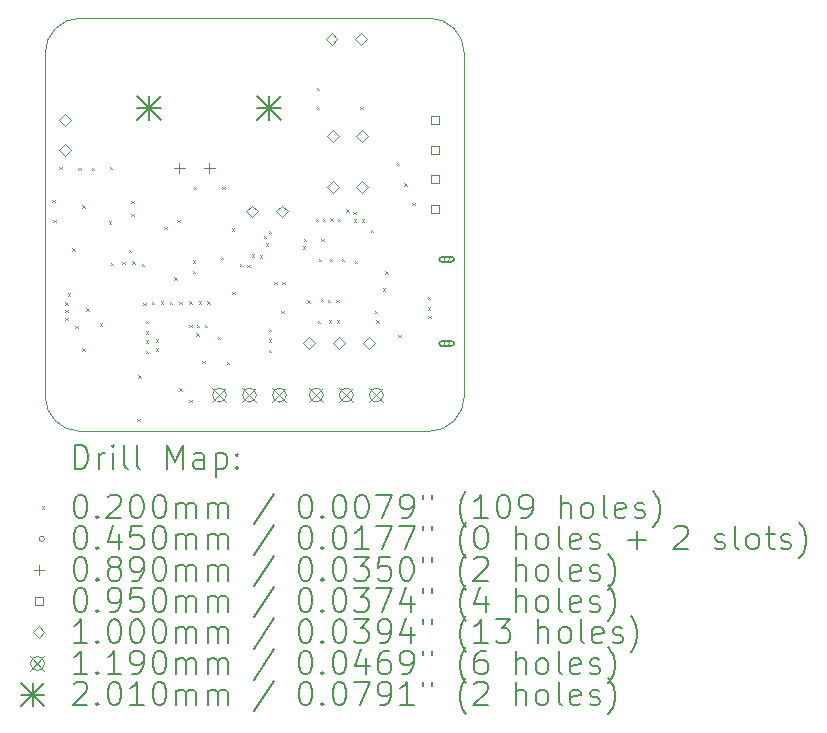
<source format=gbr>
%TF.GenerationSoftware,KiCad,Pcbnew,(6.0.7)*%
%TF.CreationDate,2022-10-27T11:54:34+02:00*%
%TF.ProjectId,sensorNode,73656e73-6f72-44e6-9f64-652e6b696361,rev?*%
%TF.SameCoordinates,Original*%
%TF.FileFunction,Drillmap*%
%TF.FilePolarity,Positive*%
%FSLAX45Y45*%
G04 Gerber Fmt 4.5, Leading zero omitted, Abs format (unit mm)*
G04 Created by KiCad (PCBNEW (6.0.7)) date 2022-10-27 11:54:34*
%MOMM*%
%LPD*%
G01*
G04 APERTURE LIST*
%ADD10C,0.100000*%
%ADD11C,0.200000*%
%ADD12C,0.020000*%
%ADD13C,0.045000*%
%ADD14C,0.089000*%
%ADD15C,0.095000*%
%ADD16C,0.119000*%
%ADD17C,0.201000*%
G04 APERTURE END LIST*
D10*
X24250000Y-12500000D02*
G75*
G03*
X24550000Y-12200000I0J300000D01*
G01*
X21000000Y-12200000D02*
G75*
G03*
X21300000Y-12500000I300000J0D01*
G01*
X24250000Y-9000000D02*
X21300000Y-9000000D01*
X21000000Y-9300000D02*
X21000000Y-12200000D01*
X21300000Y-12500000D02*
X24250000Y-12500000D01*
X24550000Y-9300000D02*
G75*
G03*
X24250000Y-9000000I-300000J0D01*
G01*
X24550000Y-12200000D02*
X24550000Y-9300000D01*
X21300000Y-9000000D02*
G75*
G03*
X21000000Y-9300000I0J-300000D01*
G01*
D11*
D12*
X21061402Y-10539273D02*
X21081402Y-10559273D01*
X21081402Y-10539273D02*
X21061402Y-10559273D01*
X21070000Y-10710000D02*
X21090000Y-10730000D01*
X21090000Y-10710000D02*
X21070000Y-10730000D01*
X21120000Y-10260000D02*
X21140000Y-10280000D01*
X21140000Y-10260000D02*
X21120000Y-10280000D01*
X21170000Y-11407350D02*
X21190000Y-11427350D01*
X21190000Y-11407350D02*
X21170000Y-11427350D01*
X21170000Y-11470000D02*
X21190000Y-11490000D01*
X21190000Y-11470000D02*
X21170000Y-11490000D01*
X21170000Y-11540000D02*
X21190000Y-11560000D01*
X21190000Y-11540000D02*
X21170000Y-11560000D01*
X21190000Y-11330000D02*
X21210000Y-11350000D01*
X21210000Y-11330000D02*
X21190000Y-11350000D01*
X21230000Y-10950000D02*
X21250000Y-10970000D01*
X21250000Y-10950000D02*
X21230000Y-10970000D01*
X21255000Y-11605000D02*
X21275000Y-11625000D01*
X21275000Y-11605000D02*
X21255000Y-11625000D01*
X21281250Y-10270000D02*
X21301250Y-10290000D01*
X21301250Y-10270000D02*
X21281250Y-10290000D01*
X21314850Y-10585000D02*
X21334850Y-10605000D01*
X21334850Y-10585000D02*
X21314850Y-10605000D01*
X21315000Y-11795000D02*
X21335000Y-11815000D01*
X21335000Y-11795000D02*
X21315000Y-11815000D01*
X21350000Y-11456550D02*
X21370000Y-11476550D01*
X21370000Y-11456550D02*
X21350000Y-11476550D01*
X21393750Y-10270000D02*
X21413750Y-10290000D01*
X21413750Y-10270000D02*
X21393750Y-10290000D01*
X21465000Y-11585000D02*
X21485000Y-11605000D01*
X21485000Y-11585000D02*
X21465000Y-11605000D01*
X21540000Y-10720000D02*
X21560000Y-10740000D01*
X21560000Y-10720000D02*
X21540000Y-10740000D01*
X21550000Y-10260000D02*
X21570000Y-10280000D01*
X21570000Y-10260000D02*
X21550000Y-10280000D01*
X21558071Y-11072520D02*
X21578071Y-11092520D01*
X21578071Y-11072520D02*
X21558071Y-11092520D01*
X21655000Y-11065000D02*
X21675000Y-11085000D01*
X21675000Y-11065000D02*
X21655000Y-11085000D01*
X21710000Y-10960000D02*
X21730000Y-10980000D01*
X21730000Y-10960000D02*
X21710000Y-10980000D01*
X21730000Y-10550000D02*
X21750000Y-10570000D01*
X21750000Y-10550000D02*
X21730000Y-10570000D01*
X21730000Y-10660000D02*
X21750000Y-10680000D01*
X21750000Y-10660000D02*
X21730000Y-10680000D01*
X21740000Y-11060000D02*
X21760000Y-11080000D01*
X21760000Y-11060000D02*
X21740000Y-11080000D01*
X21780000Y-12395000D02*
X21800000Y-12415000D01*
X21800000Y-12395000D02*
X21780000Y-12415000D01*
X21790000Y-12025000D02*
X21810000Y-12045000D01*
X21810000Y-12025000D02*
X21790000Y-12045000D01*
X21820000Y-11080000D02*
X21840000Y-11100000D01*
X21840000Y-11080000D02*
X21820000Y-11100000D01*
X21830928Y-11408675D02*
X21850928Y-11428675D01*
X21850928Y-11408675D02*
X21830928Y-11428675D01*
X21855000Y-11565000D02*
X21875000Y-11585000D01*
X21875000Y-11565000D02*
X21855000Y-11585000D01*
X21855000Y-11651400D02*
X21875000Y-11671400D01*
X21875000Y-11651400D02*
X21855000Y-11671400D01*
X21855000Y-11730000D02*
X21875000Y-11750000D01*
X21875000Y-11730000D02*
X21855000Y-11750000D01*
X21855000Y-11815000D02*
X21875000Y-11835000D01*
X21875000Y-11815000D02*
X21855000Y-11835000D01*
X21905000Y-11405000D02*
X21925000Y-11425000D01*
X21925000Y-11405000D02*
X21905000Y-11425000D01*
X21940000Y-11720000D02*
X21960000Y-11740000D01*
X21960000Y-11720000D02*
X21940000Y-11740000D01*
X21940000Y-11795000D02*
X21960000Y-11815000D01*
X21960000Y-11795000D02*
X21940000Y-11815000D01*
X21980000Y-11400000D02*
X22000000Y-11420000D01*
X22000000Y-11400000D02*
X21980000Y-11420000D01*
X22010000Y-10770000D02*
X22030000Y-10790000D01*
X22030000Y-10770000D02*
X22010000Y-10790000D01*
X22057500Y-11402350D02*
X22077500Y-11422350D01*
X22077500Y-11402350D02*
X22057500Y-11422350D01*
X22095000Y-11195000D02*
X22115000Y-11215000D01*
X22115000Y-11195000D02*
X22095000Y-11215000D01*
X22120000Y-10710000D02*
X22140000Y-10730000D01*
X22140000Y-10710000D02*
X22120000Y-10730000D01*
X22135000Y-11402350D02*
X22155000Y-11422350D01*
X22155000Y-11402350D02*
X22135000Y-11422350D01*
X22135000Y-12135000D02*
X22155000Y-12155000D01*
X22155000Y-12135000D02*
X22135000Y-12155000D01*
X22220000Y-11397350D02*
X22240000Y-11417350D01*
X22240000Y-11397350D02*
X22220000Y-11417350D01*
X22220000Y-11600000D02*
X22240000Y-11620000D01*
X22240000Y-11600000D02*
X22220000Y-11620000D01*
X22220000Y-12230000D02*
X22240000Y-12250000D01*
X22240000Y-12230000D02*
X22220000Y-12250000D01*
X22250000Y-11050000D02*
X22270000Y-11070000D01*
X22270000Y-11050000D02*
X22250000Y-11070000D01*
X22250000Y-11140000D02*
X22270000Y-11160000D01*
X22270000Y-11140000D02*
X22250000Y-11160000D01*
X22260000Y-10430000D02*
X22280000Y-10450000D01*
X22280000Y-10430000D02*
X22260000Y-10450000D01*
X22280000Y-11670000D02*
X22300000Y-11690000D01*
X22300000Y-11670000D02*
X22280000Y-11690000D01*
X22285000Y-11600000D02*
X22305000Y-11620000D01*
X22305000Y-11600000D02*
X22285000Y-11620000D01*
X22300000Y-11397350D02*
X22320000Y-11417350D01*
X22320000Y-11397350D02*
X22300000Y-11417350D01*
X22330000Y-11900000D02*
X22350000Y-11920000D01*
X22350000Y-11900000D02*
X22330000Y-11920000D01*
X22350000Y-11600000D02*
X22370000Y-11620000D01*
X22370000Y-11600000D02*
X22350000Y-11620000D01*
X22375000Y-11397350D02*
X22395000Y-11417350D01*
X22395000Y-11397350D02*
X22375000Y-11417350D01*
X22460000Y-11700000D02*
X22480000Y-11720000D01*
X22480000Y-11700000D02*
X22460000Y-11720000D01*
X22490000Y-11020000D02*
X22510000Y-11040000D01*
X22510000Y-11020000D02*
X22490000Y-11040000D01*
X22500000Y-10430000D02*
X22520000Y-10450000D01*
X22520000Y-10430000D02*
X22500000Y-10450000D01*
X22540000Y-11910000D02*
X22560000Y-11930000D01*
X22560000Y-11910000D02*
X22540000Y-11930000D01*
X22580000Y-10780000D02*
X22600000Y-10800000D01*
X22600000Y-10780000D02*
X22580000Y-10800000D01*
X22585000Y-11320000D02*
X22605000Y-11340000D01*
X22605000Y-11320000D02*
X22585000Y-11340000D01*
X22651113Y-11079400D02*
X22671113Y-11099400D01*
X22671113Y-11079400D02*
X22651113Y-11099400D01*
X22713230Y-11087552D02*
X22733230Y-11107552D01*
X22733230Y-11087552D02*
X22713230Y-11107552D01*
X22750000Y-11000000D02*
X22770000Y-11020000D01*
X22770000Y-11000000D02*
X22750000Y-11020000D01*
X22820000Y-11010000D02*
X22840000Y-11030000D01*
X22840000Y-11010000D02*
X22820000Y-11030000D01*
X22850000Y-10845000D02*
X22870000Y-10865000D01*
X22870000Y-10845000D02*
X22850000Y-10865000D01*
X22870000Y-10906000D02*
X22890000Y-10926000D01*
X22890000Y-10906000D02*
X22870000Y-10926000D01*
X22895000Y-10800000D02*
X22915000Y-10820000D01*
X22915000Y-10800000D02*
X22895000Y-10820000D01*
X22895000Y-11630000D02*
X22915000Y-11650000D01*
X22915000Y-11630000D02*
X22895000Y-11650000D01*
X22895000Y-11720000D02*
X22915000Y-11740000D01*
X22915000Y-11720000D02*
X22895000Y-11740000D01*
X22895000Y-11810000D02*
X22915000Y-11830000D01*
X22915000Y-11810000D02*
X22895000Y-11830000D01*
X22940000Y-11234850D02*
X22960000Y-11254850D01*
X22960000Y-11234850D02*
X22940000Y-11254850D01*
X23000000Y-11480000D02*
X23020000Y-11500000D01*
X23020000Y-11480000D02*
X23000000Y-11500000D01*
X23010000Y-11234000D02*
X23030000Y-11254000D01*
X23030000Y-11234000D02*
X23010000Y-11254000D01*
X23180000Y-10932650D02*
X23200000Y-10952650D01*
X23200000Y-10932650D02*
X23180000Y-10952650D01*
X23189850Y-10870000D02*
X23209850Y-10890000D01*
X23209850Y-10870000D02*
X23189850Y-10890000D01*
X23220000Y-11390000D02*
X23240000Y-11410000D01*
X23240000Y-11390000D02*
X23220000Y-11410000D01*
X23290000Y-10700000D02*
X23310000Y-10720000D01*
X23310000Y-10700000D02*
X23290000Y-10720000D01*
X23300000Y-9590000D02*
X23320000Y-9610000D01*
X23320000Y-9590000D02*
X23300000Y-9610000D01*
X23300000Y-9750000D02*
X23320000Y-9770000D01*
X23320000Y-9750000D02*
X23300000Y-9770000D01*
X23310000Y-11565000D02*
X23330000Y-11585000D01*
X23330000Y-11565000D02*
X23310000Y-11585000D01*
X23320000Y-11040000D02*
X23340000Y-11060000D01*
X23340000Y-11040000D02*
X23320000Y-11060000D01*
X23332500Y-11377500D02*
X23352500Y-11397500D01*
X23352500Y-11377500D02*
X23332500Y-11397500D01*
X23340000Y-10870000D02*
X23360000Y-10890000D01*
X23360000Y-10870000D02*
X23340000Y-10890000D01*
X23352650Y-10700000D02*
X23372650Y-10720000D01*
X23372650Y-10700000D02*
X23352650Y-10720000D01*
X23394717Y-11384850D02*
X23414717Y-11404850D01*
X23414717Y-11384850D02*
X23394717Y-11404850D01*
X23400000Y-11560000D02*
X23420000Y-11580000D01*
X23420000Y-11560000D02*
X23400000Y-11580000D01*
X23410000Y-11040000D02*
X23430000Y-11060000D01*
X23430000Y-11040000D02*
X23410000Y-11060000D01*
X23415485Y-10695202D02*
X23435485Y-10715202D01*
X23435485Y-10695202D02*
X23415485Y-10715202D01*
X23465000Y-11385000D02*
X23485000Y-11405000D01*
X23485000Y-11385000D02*
X23465000Y-11405000D01*
X23470000Y-11560000D02*
X23490000Y-11580000D01*
X23490000Y-11560000D02*
X23470000Y-11580000D01*
X23477951Y-10700000D02*
X23497951Y-10720000D01*
X23497951Y-10700000D02*
X23477951Y-10720000D01*
X23510000Y-11040000D02*
X23530000Y-11060000D01*
X23530000Y-11040000D02*
X23510000Y-11060000D01*
X23550000Y-10620000D02*
X23570000Y-10640000D01*
X23570000Y-10620000D02*
X23550000Y-10640000D01*
X23608169Y-10643268D02*
X23628169Y-10663268D01*
X23628169Y-10643268D02*
X23608169Y-10663268D01*
X23616500Y-10705538D02*
X23636500Y-10725538D01*
X23636500Y-10705538D02*
X23616500Y-10725538D01*
X23625000Y-11055000D02*
X23645000Y-11075000D01*
X23645000Y-11055000D02*
X23625000Y-11075000D01*
X23670000Y-9750000D02*
X23690000Y-9770000D01*
X23690000Y-9750000D02*
X23670000Y-9770000D01*
X23680000Y-10705000D02*
X23700000Y-10725000D01*
X23700000Y-10705000D02*
X23680000Y-10725000D01*
X23760000Y-10795000D02*
X23780000Y-10815000D01*
X23780000Y-10795000D02*
X23760000Y-10815000D01*
X23790000Y-11480000D02*
X23810000Y-11500000D01*
X23810000Y-11480000D02*
X23790000Y-11500000D01*
X23805000Y-11560000D02*
X23825000Y-11580000D01*
X23825000Y-11560000D02*
X23805000Y-11580000D01*
X23860000Y-11290000D02*
X23880000Y-11310000D01*
X23880000Y-11290000D02*
X23860000Y-11310000D01*
X23880000Y-11145000D02*
X23900000Y-11165000D01*
X23900000Y-11145000D02*
X23880000Y-11165000D01*
X23980000Y-10225000D02*
X24000000Y-10245000D01*
X24000000Y-10225000D02*
X23980000Y-10245000D01*
X23990000Y-11680000D02*
X24010000Y-11700000D01*
X24010000Y-11680000D02*
X23990000Y-11700000D01*
X24040000Y-10399000D02*
X24060000Y-10419000D01*
X24060000Y-10399000D02*
X24040000Y-10419000D01*
X24110000Y-10562500D02*
X24130000Y-10582500D01*
X24130000Y-10562500D02*
X24110000Y-10582500D01*
X24240000Y-11360000D02*
X24260000Y-11380000D01*
X24260000Y-11360000D02*
X24240000Y-11380000D01*
X24240000Y-11450000D02*
X24260000Y-11470000D01*
X24260000Y-11450000D02*
X24240000Y-11470000D01*
X24244601Y-11522179D02*
X24264601Y-11542179D01*
X24264601Y-11522179D02*
X24244601Y-11542179D01*
D13*
X24422500Y-11042500D02*
G75*
G03*
X24422500Y-11042500I-22500J0D01*
G01*
D11*
X24360000Y-11065000D02*
X24440000Y-11065000D01*
X24360000Y-11020000D02*
X24440000Y-11020000D01*
X24440000Y-11065000D02*
G75*
G03*
X24440000Y-11020000I0J22500D01*
G01*
X24360000Y-11020000D02*
G75*
G03*
X24360000Y-11065000I0J-22500D01*
G01*
D13*
X24422500Y-11757500D02*
G75*
G03*
X24422500Y-11757500I-22500J0D01*
G01*
D11*
X24440000Y-11735000D02*
X24360000Y-11735000D01*
X24440000Y-11780000D02*
X24360000Y-11780000D01*
X24360000Y-11735000D02*
G75*
G03*
X24360000Y-11780000I0J-22500D01*
G01*
X24440000Y-11780000D02*
G75*
G03*
X24440000Y-11735000I0J22500D01*
G01*
D14*
X22136000Y-10225500D02*
X22136000Y-10314500D01*
X22091500Y-10270000D02*
X22180500Y-10270000D01*
X22390000Y-10225500D02*
X22390000Y-10314500D01*
X22345500Y-10270000D02*
X22434500Y-10270000D01*
D15*
X24333588Y-9898588D02*
X24333588Y-9831412D01*
X24266412Y-9831412D01*
X24266412Y-9898588D01*
X24333588Y-9898588D01*
X24333588Y-10148588D02*
X24333588Y-10081412D01*
X24266412Y-10081412D01*
X24266412Y-10148588D01*
X24333588Y-10148588D01*
X24333588Y-10398588D02*
X24333588Y-10331412D01*
X24266412Y-10331412D01*
X24266412Y-10398588D01*
X24333588Y-10398588D01*
X24333588Y-10648588D02*
X24333588Y-10581412D01*
X24266412Y-10581412D01*
X24266412Y-10648588D01*
X24333588Y-10648588D01*
D10*
X21170000Y-9915000D02*
X21220000Y-9865000D01*
X21170000Y-9815000D01*
X21120000Y-9865000D01*
X21170000Y-9915000D01*
X21170000Y-10165000D02*
X21220000Y-10115000D01*
X21170000Y-10065000D01*
X21120000Y-10115000D01*
X21170000Y-10165000D01*
X22755000Y-10687500D02*
X22805000Y-10637500D01*
X22755000Y-10587500D01*
X22705000Y-10637500D01*
X22755000Y-10687500D01*
X23009000Y-10687500D02*
X23059000Y-10637500D01*
X23009000Y-10587500D01*
X22959000Y-10637500D01*
X23009000Y-10687500D01*
X23236000Y-11800000D02*
X23286000Y-11750000D01*
X23236000Y-11700000D01*
X23186000Y-11750000D01*
X23236000Y-11800000D01*
X23425000Y-9230000D02*
X23475000Y-9180000D01*
X23425000Y-9130000D01*
X23375000Y-9180000D01*
X23425000Y-9230000D01*
X23435000Y-10050000D02*
X23485000Y-10000000D01*
X23435000Y-9950000D01*
X23385000Y-10000000D01*
X23435000Y-10050000D01*
X23435000Y-10480000D02*
X23485000Y-10430000D01*
X23435000Y-10380000D01*
X23385000Y-10430000D01*
X23435000Y-10480000D01*
X23490000Y-11800000D02*
X23540000Y-11750000D01*
X23490000Y-11700000D01*
X23440000Y-11750000D01*
X23490000Y-11800000D01*
X23675000Y-9230000D02*
X23725000Y-9180000D01*
X23675000Y-9130000D01*
X23625000Y-9180000D01*
X23675000Y-9230000D01*
X23685000Y-10050000D02*
X23735000Y-10000000D01*
X23685000Y-9950000D01*
X23635000Y-10000000D01*
X23685000Y-10050000D01*
X23685000Y-10480000D02*
X23735000Y-10430000D01*
X23685000Y-10380000D01*
X23635000Y-10430000D01*
X23685000Y-10480000D01*
X23744000Y-11800000D02*
X23794000Y-11750000D01*
X23744000Y-11700000D01*
X23694000Y-11750000D01*
X23744000Y-11800000D01*
D16*
X22416500Y-12132500D02*
X22535500Y-12251500D01*
X22535500Y-12132500D02*
X22416500Y-12251500D01*
X22535500Y-12192000D02*
G75*
G03*
X22535500Y-12192000I-59500J0D01*
G01*
X22670500Y-12132500D02*
X22789500Y-12251500D01*
X22789500Y-12132500D02*
X22670500Y-12251500D01*
X22789500Y-12192000D02*
G75*
G03*
X22789500Y-12192000I-59500J0D01*
G01*
X22924500Y-12132500D02*
X23043500Y-12251500D01*
X23043500Y-12132500D02*
X22924500Y-12251500D01*
X23043500Y-12192000D02*
G75*
G03*
X23043500Y-12192000I-59500J0D01*
G01*
X23236500Y-12132500D02*
X23355500Y-12251500D01*
X23355500Y-12132500D02*
X23236500Y-12251500D01*
X23355500Y-12192000D02*
G75*
G03*
X23355500Y-12192000I-59500J0D01*
G01*
X23490500Y-12132500D02*
X23609500Y-12251500D01*
X23609500Y-12132500D02*
X23490500Y-12251500D01*
X23609500Y-12192000D02*
G75*
G03*
X23609500Y-12192000I-59500J0D01*
G01*
X23744500Y-12132500D02*
X23863500Y-12251500D01*
X23863500Y-12132500D02*
X23744500Y-12251500D01*
X23863500Y-12192000D02*
G75*
G03*
X23863500Y-12192000I-59500J0D01*
G01*
D17*
X21781500Y-9661500D02*
X21982500Y-9862500D01*
X21982500Y-9661500D02*
X21781500Y-9862500D01*
X21882000Y-9661500D02*
X21882000Y-9862500D01*
X21781500Y-9762000D02*
X21982500Y-9762000D01*
X22797500Y-9661500D02*
X22998500Y-9862500D01*
X22998500Y-9661500D02*
X22797500Y-9862500D01*
X22898000Y-9661500D02*
X22898000Y-9862500D01*
X22797500Y-9762000D02*
X22998500Y-9762000D01*
D11*
X21252619Y-12815476D02*
X21252619Y-12615476D01*
X21300238Y-12615476D01*
X21328810Y-12625000D01*
X21347857Y-12644048D01*
X21357381Y-12663095D01*
X21366905Y-12701190D01*
X21366905Y-12729762D01*
X21357381Y-12767857D01*
X21347857Y-12786905D01*
X21328810Y-12805952D01*
X21300238Y-12815476D01*
X21252619Y-12815476D01*
X21452619Y-12815476D02*
X21452619Y-12682143D01*
X21452619Y-12720238D02*
X21462143Y-12701190D01*
X21471667Y-12691667D01*
X21490714Y-12682143D01*
X21509762Y-12682143D01*
X21576429Y-12815476D02*
X21576429Y-12682143D01*
X21576429Y-12615476D02*
X21566905Y-12625000D01*
X21576429Y-12634524D01*
X21585952Y-12625000D01*
X21576429Y-12615476D01*
X21576429Y-12634524D01*
X21700238Y-12815476D02*
X21681190Y-12805952D01*
X21671667Y-12786905D01*
X21671667Y-12615476D01*
X21805000Y-12815476D02*
X21785952Y-12805952D01*
X21776429Y-12786905D01*
X21776429Y-12615476D01*
X22033571Y-12815476D02*
X22033571Y-12615476D01*
X22100238Y-12758333D01*
X22166905Y-12615476D01*
X22166905Y-12815476D01*
X22347857Y-12815476D02*
X22347857Y-12710714D01*
X22338333Y-12691667D01*
X22319286Y-12682143D01*
X22281190Y-12682143D01*
X22262143Y-12691667D01*
X22347857Y-12805952D02*
X22328810Y-12815476D01*
X22281190Y-12815476D01*
X22262143Y-12805952D01*
X22252619Y-12786905D01*
X22252619Y-12767857D01*
X22262143Y-12748809D01*
X22281190Y-12739286D01*
X22328810Y-12739286D01*
X22347857Y-12729762D01*
X22443095Y-12682143D02*
X22443095Y-12882143D01*
X22443095Y-12691667D02*
X22462143Y-12682143D01*
X22500238Y-12682143D01*
X22519286Y-12691667D01*
X22528809Y-12701190D01*
X22538333Y-12720238D01*
X22538333Y-12777381D01*
X22528809Y-12796428D01*
X22519286Y-12805952D01*
X22500238Y-12815476D01*
X22462143Y-12815476D01*
X22443095Y-12805952D01*
X22624048Y-12796428D02*
X22633571Y-12805952D01*
X22624048Y-12815476D01*
X22614524Y-12805952D01*
X22624048Y-12796428D01*
X22624048Y-12815476D01*
X22624048Y-12691667D02*
X22633571Y-12701190D01*
X22624048Y-12710714D01*
X22614524Y-12701190D01*
X22624048Y-12691667D01*
X22624048Y-12710714D01*
D12*
X20975000Y-13135000D02*
X20995000Y-13155000D01*
X20995000Y-13135000D02*
X20975000Y-13155000D01*
D11*
X21290714Y-13035476D02*
X21309762Y-13035476D01*
X21328810Y-13045000D01*
X21338333Y-13054524D01*
X21347857Y-13073571D01*
X21357381Y-13111667D01*
X21357381Y-13159286D01*
X21347857Y-13197381D01*
X21338333Y-13216428D01*
X21328810Y-13225952D01*
X21309762Y-13235476D01*
X21290714Y-13235476D01*
X21271667Y-13225952D01*
X21262143Y-13216428D01*
X21252619Y-13197381D01*
X21243095Y-13159286D01*
X21243095Y-13111667D01*
X21252619Y-13073571D01*
X21262143Y-13054524D01*
X21271667Y-13045000D01*
X21290714Y-13035476D01*
X21443095Y-13216428D02*
X21452619Y-13225952D01*
X21443095Y-13235476D01*
X21433571Y-13225952D01*
X21443095Y-13216428D01*
X21443095Y-13235476D01*
X21528810Y-13054524D02*
X21538333Y-13045000D01*
X21557381Y-13035476D01*
X21605000Y-13035476D01*
X21624048Y-13045000D01*
X21633571Y-13054524D01*
X21643095Y-13073571D01*
X21643095Y-13092619D01*
X21633571Y-13121190D01*
X21519286Y-13235476D01*
X21643095Y-13235476D01*
X21766905Y-13035476D02*
X21785952Y-13035476D01*
X21805000Y-13045000D01*
X21814524Y-13054524D01*
X21824048Y-13073571D01*
X21833571Y-13111667D01*
X21833571Y-13159286D01*
X21824048Y-13197381D01*
X21814524Y-13216428D01*
X21805000Y-13225952D01*
X21785952Y-13235476D01*
X21766905Y-13235476D01*
X21747857Y-13225952D01*
X21738333Y-13216428D01*
X21728810Y-13197381D01*
X21719286Y-13159286D01*
X21719286Y-13111667D01*
X21728810Y-13073571D01*
X21738333Y-13054524D01*
X21747857Y-13045000D01*
X21766905Y-13035476D01*
X21957381Y-13035476D02*
X21976429Y-13035476D01*
X21995476Y-13045000D01*
X22005000Y-13054524D01*
X22014524Y-13073571D01*
X22024048Y-13111667D01*
X22024048Y-13159286D01*
X22014524Y-13197381D01*
X22005000Y-13216428D01*
X21995476Y-13225952D01*
X21976429Y-13235476D01*
X21957381Y-13235476D01*
X21938333Y-13225952D01*
X21928810Y-13216428D01*
X21919286Y-13197381D01*
X21909762Y-13159286D01*
X21909762Y-13111667D01*
X21919286Y-13073571D01*
X21928810Y-13054524D01*
X21938333Y-13045000D01*
X21957381Y-13035476D01*
X22109762Y-13235476D02*
X22109762Y-13102143D01*
X22109762Y-13121190D02*
X22119286Y-13111667D01*
X22138333Y-13102143D01*
X22166905Y-13102143D01*
X22185952Y-13111667D01*
X22195476Y-13130714D01*
X22195476Y-13235476D01*
X22195476Y-13130714D02*
X22205000Y-13111667D01*
X22224048Y-13102143D01*
X22252619Y-13102143D01*
X22271667Y-13111667D01*
X22281190Y-13130714D01*
X22281190Y-13235476D01*
X22376428Y-13235476D02*
X22376428Y-13102143D01*
X22376428Y-13121190D02*
X22385952Y-13111667D01*
X22405000Y-13102143D01*
X22433571Y-13102143D01*
X22452619Y-13111667D01*
X22462143Y-13130714D01*
X22462143Y-13235476D01*
X22462143Y-13130714D02*
X22471667Y-13111667D01*
X22490714Y-13102143D01*
X22519286Y-13102143D01*
X22538333Y-13111667D01*
X22547857Y-13130714D01*
X22547857Y-13235476D01*
X22938333Y-13025952D02*
X22766905Y-13283095D01*
X23195476Y-13035476D02*
X23214524Y-13035476D01*
X23233571Y-13045000D01*
X23243095Y-13054524D01*
X23252619Y-13073571D01*
X23262143Y-13111667D01*
X23262143Y-13159286D01*
X23252619Y-13197381D01*
X23243095Y-13216428D01*
X23233571Y-13225952D01*
X23214524Y-13235476D01*
X23195476Y-13235476D01*
X23176428Y-13225952D01*
X23166905Y-13216428D01*
X23157381Y-13197381D01*
X23147857Y-13159286D01*
X23147857Y-13111667D01*
X23157381Y-13073571D01*
X23166905Y-13054524D01*
X23176428Y-13045000D01*
X23195476Y-13035476D01*
X23347857Y-13216428D02*
X23357381Y-13225952D01*
X23347857Y-13235476D01*
X23338333Y-13225952D01*
X23347857Y-13216428D01*
X23347857Y-13235476D01*
X23481190Y-13035476D02*
X23500238Y-13035476D01*
X23519286Y-13045000D01*
X23528809Y-13054524D01*
X23538333Y-13073571D01*
X23547857Y-13111667D01*
X23547857Y-13159286D01*
X23538333Y-13197381D01*
X23528809Y-13216428D01*
X23519286Y-13225952D01*
X23500238Y-13235476D01*
X23481190Y-13235476D01*
X23462143Y-13225952D01*
X23452619Y-13216428D01*
X23443095Y-13197381D01*
X23433571Y-13159286D01*
X23433571Y-13111667D01*
X23443095Y-13073571D01*
X23452619Y-13054524D01*
X23462143Y-13045000D01*
X23481190Y-13035476D01*
X23671667Y-13035476D02*
X23690714Y-13035476D01*
X23709762Y-13045000D01*
X23719286Y-13054524D01*
X23728809Y-13073571D01*
X23738333Y-13111667D01*
X23738333Y-13159286D01*
X23728809Y-13197381D01*
X23719286Y-13216428D01*
X23709762Y-13225952D01*
X23690714Y-13235476D01*
X23671667Y-13235476D01*
X23652619Y-13225952D01*
X23643095Y-13216428D01*
X23633571Y-13197381D01*
X23624048Y-13159286D01*
X23624048Y-13111667D01*
X23633571Y-13073571D01*
X23643095Y-13054524D01*
X23652619Y-13045000D01*
X23671667Y-13035476D01*
X23805000Y-13035476D02*
X23938333Y-13035476D01*
X23852619Y-13235476D01*
X24024048Y-13235476D02*
X24062143Y-13235476D01*
X24081190Y-13225952D01*
X24090714Y-13216428D01*
X24109762Y-13187857D01*
X24119286Y-13149762D01*
X24119286Y-13073571D01*
X24109762Y-13054524D01*
X24100238Y-13045000D01*
X24081190Y-13035476D01*
X24043095Y-13035476D01*
X24024048Y-13045000D01*
X24014524Y-13054524D01*
X24005000Y-13073571D01*
X24005000Y-13121190D01*
X24014524Y-13140238D01*
X24024048Y-13149762D01*
X24043095Y-13159286D01*
X24081190Y-13159286D01*
X24100238Y-13149762D01*
X24109762Y-13140238D01*
X24119286Y-13121190D01*
X24195476Y-13035476D02*
X24195476Y-13073571D01*
X24271667Y-13035476D02*
X24271667Y-13073571D01*
X24566905Y-13311667D02*
X24557381Y-13302143D01*
X24538333Y-13273571D01*
X24528809Y-13254524D01*
X24519286Y-13225952D01*
X24509762Y-13178333D01*
X24509762Y-13140238D01*
X24519286Y-13092619D01*
X24528809Y-13064048D01*
X24538333Y-13045000D01*
X24557381Y-13016428D01*
X24566905Y-13006905D01*
X24747857Y-13235476D02*
X24633571Y-13235476D01*
X24690714Y-13235476D02*
X24690714Y-13035476D01*
X24671667Y-13064048D01*
X24652619Y-13083095D01*
X24633571Y-13092619D01*
X24871667Y-13035476D02*
X24890714Y-13035476D01*
X24909762Y-13045000D01*
X24919286Y-13054524D01*
X24928809Y-13073571D01*
X24938333Y-13111667D01*
X24938333Y-13159286D01*
X24928809Y-13197381D01*
X24919286Y-13216428D01*
X24909762Y-13225952D01*
X24890714Y-13235476D01*
X24871667Y-13235476D01*
X24852619Y-13225952D01*
X24843095Y-13216428D01*
X24833571Y-13197381D01*
X24824048Y-13159286D01*
X24824048Y-13111667D01*
X24833571Y-13073571D01*
X24843095Y-13054524D01*
X24852619Y-13045000D01*
X24871667Y-13035476D01*
X25033571Y-13235476D02*
X25071667Y-13235476D01*
X25090714Y-13225952D01*
X25100238Y-13216428D01*
X25119286Y-13187857D01*
X25128809Y-13149762D01*
X25128809Y-13073571D01*
X25119286Y-13054524D01*
X25109762Y-13045000D01*
X25090714Y-13035476D01*
X25052619Y-13035476D01*
X25033571Y-13045000D01*
X25024048Y-13054524D01*
X25014524Y-13073571D01*
X25014524Y-13121190D01*
X25024048Y-13140238D01*
X25033571Y-13149762D01*
X25052619Y-13159286D01*
X25090714Y-13159286D01*
X25109762Y-13149762D01*
X25119286Y-13140238D01*
X25128809Y-13121190D01*
X25366905Y-13235476D02*
X25366905Y-13035476D01*
X25452619Y-13235476D02*
X25452619Y-13130714D01*
X25443095Y-13111667D01*
X25424048Y-13102143D01*
X25395476Y-13102143D01*
X25376428Y-13111667D01*
X25366905Y-13121190D01*
X25576428Y-13235476D02*
X25557381Y-13225952D01*
X25547857Y-13216428D01*
X25538333Y-13197381D01*
X25538333Y-13140238D01*
X25547857Y-13121190D01*
X25557381Y-13111667D01*
X25576428Y-13102143D01*
X25605000Y-13102143D01*
X25624048Y-13111667D01*
X25633571Y-13121190D01*
X25643095Y-13140238D01*
X25643095Y-13197381D01*
X25633571Y-13216428D01*
X25624048Y-13225952D01*
X25605000Y-13235476D01*
X25576428Y-13235476D01*
X25757381Y-13235476D02*
X25738333Y-13225952D01*
X25728809Y-13206905D01*
X25728809Y-13035476D01*
X25909762Y-13225952D02*
X25890714Y-13235476D01*
X25852619Y-13235476D01*
X25833571Y-13225952D01*
X25824048Y-13206905D01*
X25824048Y-13130714D01*
X25833571Y-13111667D01*
X25852619Y-13102143D01*
X25890714Y-13102143D01*
X25909762Y-13111667D01*
X25919286Y-13130714D01*
X25919286Y-13149762D01*
X25824048Y-13168809D01*
X25995476Y-13225952D02*
X26014524Y-13235476D01*
X26052619Y-13235476D01*
X26071667Y-13225952D01*
X26081190Y-13206905D01*
X26081190Y-13197381D01*
X26071667Y-13178333D01*
X26052619Y-13168809D01*
X26024048Y-13168809D01*
X26005000Y-13159286D01*
X25995476Y-13140238D01*
X25995476Y-13130714D01*
X26005000Y-13111667D01*
X26024048Y-13102143D01*
X26052619Y-13102143D01*
X26071667Y-13111667D01*
X26147857Y-13311667D02*
X26157381Y-13302143D01*
X26176428Y-13273571D01*
X26185952Y-13254524D01*
X26195476Y-13225952D01*
X26205000Y-13178333D01*
X26205000Y-13140238D01*
X26195476Y-13092619D01*
X26185952Y-13064048D01*
X26176428Y-13045000D01*
X26157381Y-13016428D01*
X26147857Y-13006905D01*
D13*
X20995000Y-13409000D02*
G75*
G03*
X20995000Y-13409000I-22500J0D01*
G01*
D11*
X21290714Y-13299476D02*
X21309762Y-13299476D01*
X21328810Y-13309000D01*
X21338333Y-13318524D01*
X21347857Y-13337571D01*
X21357381Y-13375667D01*
X21357381Y-13423286D01*
X21347857Y-13461381D01*
X21338333Y-13480428D01*
X21328810Y-13489952D01*
X21309762Y-13499476D01*
X21290714Y-13499476D01*
X21271667Y-13489952D01*
X21262143Y-13480428D01*
X21252619Y-13461381D01*
X21243095Y-13423286D01*
X21243095Y-13375667D01*
X21252619Y-13337571D01*
X21262143Y-13318524D01*
X21271667Y-13309000D01*
X21290714Y-13299476D01*
X21443095Y-13480428D02*
X21452619Y-13489952D01*
X21443095Y-13499476D01*
X21433571Y-13489952D01*
X21443095Y-13480428D01*
X21443095Y-13499476D01*
X21624048Y-13366143D02*
X21624048Y-13499476D01*
X21576429Y-13289952D02*
X21528810Y-13432809D01*
X21652619Y-13432809D01*
X21824048Y-13299476D02*
X21728810Y-13299476D01*
X21719286Y-13394714D01*
X21728810Y-13385190D01*
X21747857Y-13375667D01*
X21795476Y-13375667D01*
X21814524Y-13385190D01*
X21824048Y-13394714D01*
X21833571Y-13413762D01*
X21833571Y-13461381D01*
X21824048Y-13480428D01*
X21814524Y-13489952D01*
X21795476Y-13499476D01*
X21747857Y-13499476D01*
X21728810Y-13489952D01*
X21719286Y-13480428D01*
X21957381Y-13299476D02*
X21976429Y-13299476D01*
X21995476Y-13309000D01*
X22005000Y-13318524D01*
X22014524Y-13337571D01*
X22024048Y-13375667D01*
X22024048Y-13423286D01*
X22014524Y-13461381D01*
X22005000Y-13480428D01*
X21995476Y-13489952D01*
X21976429Y-13499476D01*
X21957381Y-13499476D01*
X21938333Y-13489952D01*
X21928810Y-13480428D01*
X21919286Y-13461381D01*
X21909762Y-13423286D01*
X21909762Y-13375667D01*
X21919286Y-13337571D01*
X21928810Y-13318524D01*
X21938333Y-13309000D01*
X21957381Y-13299476D01*
X22109762Y-13499476D02*
X22109762Y-13366143D01*
X22109762Y-13385190D02*
X22119286Y-13375667D01*
X22138333Y-13366143D01*
X22166905Y-13366143D01*
X22185952Y-13375667D01*
X22195476Y-13394714D01*
X22195476Y-13499476D01*
X22195476Y-13394714D02*
X22205000Y-13375667D01*
X22224048Y-13366143D01*
X22252619Y-13366143D01*
X22271667Y-13375667D01*
X22281190Y-13394714D01*
X22281190Y-13499476D01*
X22376428Y-13499476D02*
X22376428Y-13366143D01*
X22376428Y-13385190D02*
X22385952Y-13375667D01*
X22405000Y-13366143D01*
X22433571Y-13366143D01*
X22452619Y-13375667D01*
X22462143Y-13394714D01*
X22462143Y-13499476D01*
X22462143Y-13394714D02*
X22471667Y-13375667D01*
X22490714Y-13366143D01*
X22519286Y-13366143D01*
X22538333Y-13375667D01*
X22547857Y-13394714D01*
X22547857Y-13499476D01*
X22938333Y-13289952D02*
X22766905Y-13547095D01*
X23195476Y-13299476D02*
X23214524Y-13299476D01*
X23233571Y-13309000D01*
X23243095Y-13318524D01*
X23252619Y-13337571D01*
X23262143Y-13375667D01*
X23262143Y-13423286D01*
X23252619Y-13461381D01*
X23243095Y-13480428D01*
X23233571Y-13489952D01*
X23214524Y-13499476D01*
X23195476Y-13499476D01*
X23176428Y-13489952D01*
X23166905Y-13480428D01*
X23157381Y-13461381D01*
X23147857Y-13423286D01*
X23147857Y-13375667D01*
X23157381Y-13337571D01*
X23166905Y-13318524D01*
X23176428Y-13309000D01*
X23195476Y-13299476D01*
X23347857Y-13480428D02*
X23357381Y-13489952D01*
X23347857Y-13499476D01*
X23338333Y-13489952D01*
X23347857Y-13480428D01*
X23347857Y-13499476D01*
X23481190Y-13299476D02*
X23500238Y-13299476D01*
X23519286Y-13309000D01*
X23528809Y-13318524D01*
X23538333Y-13337571D01*
X23547857Y-13375667D01*
X23547857Y-13423286D01*
X23538333Y-13461381D01*
X23528809Y-13480428D01*
X23519286Y-13489952D01*
X23500238Y-13499476D01*
X23481190Y-13499476D01*
X23462143Y-13489952D01*
X23452619Y-13480428D01*
X23443095Y-13461381D01*
X23433571Y-13423286D01*
X23433571Y-13375667D01*
X23443095Y-13337571D01*
X23452619Y-13318524D01*
X23462143Y-13309000D01*
X23481190Y-13299476D01*
X23738333Y-13499476D02*
X23624048Y-13499476D01*
X23681190Y-13499476D02*
X23681190Y-13299476D01*
X23662143Y-13328048D01*
X23643095Y-13347095D01*
X23624048Y-13356619D01*
X23805000Y-13299476D02*
X23938333Y-13299476D01*
X23852619Y-13499476D01*
X23995476Y-13299476D02*
X24128809Y-13299476D01*
X24043095Y-13499476D01*
X24195476Y-13299476D02*
X24195476Y-13337571D01*
X24271667Y-13299476D02*
X24271667Y-13337571D01*
X24566905Y-13575667D02*
X24557381Y-13566143D01*
X24538333Y-13537571D01*
X24528809Y-13518524D01*
X24519286Y-13489952D01*
X24509762Y-13442333D01*
X24509762Y-13404238D01*
X24519286Y-13356619D01*
X24528809Y-13328048D01*
X24538333Y-13309000D01*
X24557381Y-13280428D01*
X24566905Y-13270905D01*
X24681190Y-13299476D02*
X24700238Y-13299476D01*
X24719286Y-13309000D01*
X24728809Y-13318524D01*
X24738333Y-13337571D01*
X24747857Y-13375667D01*
X24747857Y-13423286D01*
X24738333Y-13461381D01*
X24728809Y-13480428D01*
X24719286Y-13489952D01*
X24700238Y-13499476D01*
X24681190Y-13499476D01*
X24662143Y-13489952D01*
X24652619Y-13480428D01*
X24643095Y-13461381D01*
X24633571Y-13423286D01*
X24633571Y-13375667D01*
X24643095Y-13337571D01*
X24652619Y-13318524D01*
X24662143Y-13309000D01*
X24681190Y-13299476D01*
X24985952Y-13499476D02*
X24985952Y-13299476D01*
X25071667Y-13499476D02*
X25071667Y-13394714D01*
X25062143Y-13375667D01*
X25043095Y-13366143D01*
X25014524Y-13366143D01*
X24995476Y-13375667D01*
X24985952Y-13385190D01*
X25195476Y-13499476D02*
X25176428Y-13489952D01*
X25166905Y-13480428D01*
X25157381Y-13461381D01*
X25157381Y-13404238D01*
X25166905Y-13385190D01*
X25176428Y-13375667D01*
X25195476Y-13366143D01*
X25224048Y-13366143D01*
X25243095Y-13375667D01*
X25252619Y-13385190D01*
X25262143Y-13404238D01*
X25262143Y-13461381D01*
X25252619Y-13480428D01*
X25243095Y-13489952D01*
X25224048Y-13499476D01*
X25195476Y-13499476D01*
X25376428Y-13499476D02*
X25357381Y-13489952D01*
X25347857Y-13470905D01*
X25347857Y-13299476D01*
X25528809Y-13489952D02*
X25509762Y-13499476D01*
X25471667Y-13499476D01*
X25452619Y-13489952D01*
X25443095Y-13470905D01*
X25443095Y-13394714D01*
X25452619Y-13375667D01*
X25471667Y-13366143D01*
X25509762Y-13366143D01*
X25528809Y-13375667D01*
X25538333Y-13394714D01*
X25538333Y-13413762D01*
X25443095Y-13432809D01*
X25614524Y-13489952D02*
X25633571Y-13499476D01*
X25671667Y-13499476D01*
X25690714Y-13489952D01*
X25700238Y-13470905D01*
X25700238Y-13461381D01*
X25690714Y-13442333D01*
X25671667Y-13432809D01*
X25643095Y-13432809D01*
X25624048Y-13423286D01*
X25614524Y-13404238D01*
X25614524Y-13394714D01*
X25624048Y-13375667D01*
X25643095Y-13366143D01*
X25671667Y-13366143D01*
X25690714Y-13375667D01*
X25938333Y-13423286D02*
X26090714Y-13423286D01*
X26014524Y-13499476D02*
X26014524Y-13347095D01*
X26328809Y-13318524D02*
X26338333Y-13309000D01*
X26357381Y-13299476D01*
X26405000Y-13299476D01*
X26424048Y-13309000D01*
X26433571Y-13318524D01*
X26443095Y-13337571D01*
X26443095Y-13356619D01*
X26433571Y-13385190D01*
X26319286Y-13499476D01*
X26443095Y-13499476D01*
X26671667Y-13489952D02*
X26690714Y-13499476D01*
X26728809Y-13499476D01*
X26747857Y-13489952D01*
X26757381Y-13470905D01*
X26757381Y-13461381D01*
X26747857Y-13442333D01*
X26728809Y-13432809D01*
X26700238Y-13432809D01*
X26681190Y-13423286D01*
X26671667Y-13404238D01*
X26671667Y-13394714D01*
X26681190Y-13375667D01*
X26700238Y-13366143D01*
X26728809Y-13366143D01*
X26747857Y-13375667D01*
X26871667Y-13499476D02*
X26852619Y-13489952D01*
X26843095Y-13470905D01*
X26843095Y-13299476D01*
X26976428Y-13499476D02*
X26957381Y-13489952D01*
X26947857Y-13480428D01*
X26938333Y-13461381D01*
X26938333Y-13404238D01*
X26947857Y-13385190D01*
X26957381Y-13375667D01*
X26976428Y-13366143D01*
X27005000Y-13366143D01*
X27024048Y-13375667D01*
X27033571Y-13385190D01*
X27043095Y-13404238D01*
X27043095Y-13461381D01*
X27033571Y-13480428D01*
X27024048Y-13489952D01*
X27005000Y-13499476D01*
X26976428Y-13499476D01*
X27100238Y-13366143D02*
X27176428Y-13366143D01*
X27128809Y-13299476D02*
X27128809Y-13470905D01*
X27138333Y-13489952D01*
X27157381Y-13499476D01*
X27176428Y-13499476D01*
X27233571Y-13489952D02*
X27252619Y-13499476D01*
X27290714Y-13499476D01*
X27309762Y-13489952D01*
X27319286Y-13470905D01*
X27319286Y-13461381D01*
X27309762Y-13442333D01*
X27290714Y-13432809D01*
X27262143Y-13432809D01*
X27243095Y-13423286D01*
X27233571Y-13404238D01*
X27233571Y-13394714D01*
X27243095Y-13375667D01*
X27262143Y-13366143D01*
X27290714Y-13366143D01*
X27309762Y-13375667D01*
X27385952Y-13575667D02*
X27395476Y-13566143D01*
X27414524Y-13537571D01*
X27424048Y-13518524D01*
X27433571Y-13489952D01*
X27443095Y-13442333D01*
X27443095Y-13404238D01*
X27433571Y-13356619D01*
X27424048Y-13328048D01*
X27414524Y-13309000D01*
X27395476Y-13280428D01*
X27385952Y-13270905D01*
D14*
X20950500Y-13628500D02*
X20950500Y-13717500D01*
X20906000Y-13673000D02*
X20995000Y-13673000D01*
D11*
X21290714Y-13563476D02*
X21309762Y-13563476D01*
X21328810Y-13573000D01*
X21338333Y-13582524D01*
X21347857Y-13601571D01*
X21357381Y-13639667D01*
X21357381Y-13687286D01*
X21347857Y-13725381D01*
X21338333Y-13744428D01*
X21328810Y-13753952D01*
X21309762Y-13763476D01*
X21290714Y-13763476D01*
X21271667Y-13753952D01*
X21262143Y-13744428D01*
X21252619Y-13725381D01*
X21243095Y-13687286D01*
X21243095Y-13639667D01*
X21252619Y-13601571D01*
X21262143Y-13582524D01*
X21271667Y-13573000D01*
X21290714Y-13563476D01*
X21443095Y-13744428D02*
X21452619Y-13753952D01*
X21443095Y-13763476D01*
X21433571Y-13753952D01*
X21443095Y-13744428D01*
X21443095Y-13763476D01*
X21566905Y-13649190D02*
X21547857Y-13639667D01*
X21538333Y-13630143D01*
X21528810Y-13611095D01*
X21528810Y-13601571D01*
X21538333Y-13582524D01*
X21547857Y-13573000D01*
X21566905Y-13563476D01*
X21605000Y-13563476D01*
X21624048Y-13573000D01*
X21633571Y-13582524D01*
X21643095Y-13601571D01*
X21643095Y-13611095D01*
X21633571Y-13630143D01*
X21624048Y-13639667D01*
X21605000Y-13649190D01*
X21566905Y-13649190D01*
X21547857Y-13658714D01*
X21538333Y-13668238D01*
X21528810Y-13687286D01*
X21528810Y-13725381D01*
X21538333Y-13744428D01*
X21547857Y-13753952D01*
X21566905Y-13763476D01*
X21605000Y-13763476D01*
X21624048Y-13753952D01*
X21633571Y-13744428D01*
X21643095Y-13725381D01*
X21643095Y-13687286D01*
X21633571Y-13668238D01*
X21624048Y-13658714D01*
X21605000Y-13649190D01*
X21738333Y-13763476D02*
X21776429Y-13763476D01*
X21795476Y-13753952D01*
X21805000Y-13744428D01*
X21824048Y-13715857D01*
X21833571Y-13677762D01*
X21833571Y-13601571D01*
X21824048Y-13582524D01*
X21814524Y-13573000D01*
X21795476Y-13563476D01*
X21757381Y-13563476D01*
X21738333Y-13573000D01*
X21728810Y-13582524D01*
X21719286Y-13601571D01*
X21719286Y-13649190D01*
X21728810Y-13668238D01*
X21738333Y-13677762D01*
X21757381Y-13687286D01*
X21795476Y-13687286D01*
X21814524Y-13677762D01*
X21824048Y-13668238D01*
X21833571Y-13649190D01*
X21957381Y-13563476D02*
X21976429Y-13563476D01*
X21995476Y-13573000D01*
X22005000Y-13582524D01*
X22014524Y-13601571D01*
X22024048Y-13639667D01*
X22024048Y-13687286D01*
X22014524Y-13725381D01*
X22005000Y-13744428D01*
X21995476Y-13753952D01*
X21976429Y-13763476D01*
X21957381Y-13763476D01*
X21938333Y-13753952D01*
X21928810Y-13744428D01*
X21919286Y-13725381D01*
X21909762Y-13687286D01*
X21909762Y-13639667D01*
X21919286Y-13601571D01*
X21928810Y-13582524D01*
X21938333Y-13573000D01*
X21957381Y-13563476D01*
X22109762Y-13763476D02*
X22109762Y-13630143D01*
X22109762Y-13649190D02*
X22119286Y-13639667D01*
X22138333Y-13630143D01*
X22166905Y-13630143D01*
X22185952Y-13639667D01*
X22195476Y-13658714D01*
X22195476Y-13763476D01*
X22195476Y-13658714D02*
X22205000Y-13639667D01*
X22224048Y-13630143D01*
X22252619Y-13630143D01*
X22271667Y-13639667D01*
X22281190Y-13658714D01*
X22281190Y-13763476D01*
X22376428Y-13763476D02*
X22376428Y-13630143D01*
X22376428Y-13649190D02*
X22385952Y-13639667D01*
X22405000Y-13630143D01*
X22433571Y-13630143D01*
X22452619Y-13639667D01*
X22462143Y-13658714D01*
X22462143Y-13763476D01*
X22462143Y-13658714D02*
X22471667Y-13639667D01*
X22490714Y-13630143D01*
X22519286Y-13630143D01*
X22538333Y-13639667D01*
X22547857Y-13658714D01*
X22547857Y-13763476D01*
X22938333Y-13553952D02*
X22766905Y-13811095D01*
X23195476Y-13563476D02*
X23214524Y-13563476D01*
X23233571Y-13573000D01*
X23243095Y-13582524D01*
X23252619Y-13601571D01*
X23262143Y-13639667D01*
X23262143Y-13687286D01*
X23252619Y-13725381D01*
X23243095Y-13744428D01*
X23233571Y-13753952D01*
X23214524Y-13763476D01*
X23195476Y-13763476D01*
X23176428Y-13753952D01*
X23166905Y-13744428D01*
X23157381Y-13725381D01*
X23147857Y-13687286D01*
X23147857Y-13639667D01*
X23157381Y-13601571D01*
X23166905Y-13582524D01*
X23176428Y-13573000D01*
X23195476Y-13563476D01*
X23347857Y-13744428D02*
X23357381Y-13753952D01*
X23347857Y-13763476D01*
X23338333Y-13753952D01*
X23347857Y-13744428D01*
X23347857Y-13763476D01*
X23481190Y-13563476D02*
X23500238Y-13563476D01*
X23519286Y-13573000D01*
X23528809Y-13582524D01*
X23538333Y-13601571D01*
X23547857Y-13639667D01*
X23547857Y-13687286D01*
X23538333Y-13725381D01*
X23528809Y-13744428D01*
X23519286Y-13753952D01*
X23500238Y-13763476D01*
X23481190Y-13763476D01*
X23462143Y-13753952D01*
X23452619Y-13744428D01*
X23443095Y-13725381D01*
X23433571Y-13687286D01*
X23433571Y-13639667D01*
X23443095Y-13601571D01*
X23452619Y-13582524D01*
X23462143Y-13573000D01*
X23481190Y-13563476D01*
X23614524Y-13563476D02*
X23738333Y-13563476D01*
X23671667Y-13639667D01*
X23700238Y-13639667D01*
X23719286Y-13649190D01*
X23728809Y-13658714D01*
X23738333Y-13677762D01*
X23738333Y-13725381D01*
X23728809Y-13744428D01*
X23719286Y-13753952D01*
X23700238Y-13763476D01*
X23643095Y-13763476D01*
X23624048Y-13753952D01*
X23614524Y-13744428D01*
X23919286Y-13563476D02*
X23824048Y-13563476D01*
X23814524Y-13658714D01*
X23824048Y-13649190D01*
X23843095Y-13639667D01*
X23890714Y-13639667D01*
X23909762Y-13649190D01*
X23919286Y-13658714D01*
X23928809Y-13677762D01*
X23928809Y-13725381D01*
X23919286Y-13744428D01*
X23909762Y-13753952D01*
X23890714Y-13763476D01*
X23843095Y-13763476D01*
X23824048Y-13753952D01*
X23814524Y-13744428D01*
X24052619Y-13563476D02*
X24071667Y-13563476D01*
X24090714Y-13573000D01*
X24100238Y-13582524D01*
X24109762Y-13601571D01*
X24119286Y-13639667D01*
X24119286Y-13687286D01*
X24109762Y-13725381D01*
X24100238Y-13744428D01*
X24090714Y-13753952D01*
X24071667Y-13763476D01*
X24052619Y-13763476D01*
X24033571Y-13753952D01*
X24024048Y-13744428D01*
X24014524Y-13725381D01*
X24005000Y-13687286D01*
X24005000Y-13639667D01*
X24014524Y-13601571D01*
X24024048Y-13582524D01*
X24033571Y-13573000D01*
X24052619Y-13563476D01*
X24195476Y-13563476D02*
X24195476Y-13601571D01*
X24271667Y-13563476D02*
X24271667Y-13601571D01*
X24566905Y-13839667D02*
X24557381Y-13830143D01*
X24538333Y-13801571D01*
X24528809Y-13782524D01*
X24519286Y-13753952D01*
X24509762Y-13706333D01*
X24509762Y-13668238D01*
X24519286Y-13620619D01*
X24528809Y-13592048D01*
X24538333Y-13573000D01*
X24557381Y-13544428D01*
X24566905Y-13534905D01*
X24633571Y-13582524D02*
X24643095Y-13573000D01*
X24662143Y-13563476D01*
X24709762Y-13563476D01*
X24728809Y-13573000D01*
X24738333Y-13582524D01*
X24747857Y-13601571D01*
X24747857Y-13620619D01*
X24738333Y-13649190D01*
X24624048Y-13763476D01*
X24747857Y-13763476D01*
X24985952Y-13763476D02*
X24985952Y-13563476D01*
X25071667Y-13763476D02*
X25071667Y-13658714D01*
X25062143Y-13639667D01*
X25043095Y-13630143D01*
X25014524Y-13630143D01*
X24995476Y-13639667D01*
X24985952Y-13649190D01*
X25195476Y-13763476D02*
X25176428Y-13753952D01*
X25166905Y-13744428D01*
X25157381Y-13725381D01*
X25157381Y-13668238D01*
X25166905Y-13649190D01*
X25176428Y-13639667D01*
X25195476Y-13630143D01*
X25224048Y-13630143D01*
X25243095Y-13639667D01*
X25252619Y-13649190D01*
X25262143Y-13668238D01*
X25262143Y-13725381D01*
X25252619Y-13744428D01*
X25243095Y-13753952D01*
X25224048Y-13763476D01*
X25195476Y-13763476D01*
X25376428Y-13763476D02*
X25357381Y-13753952D01*
X25347857Y-13734905D01*
X25347857Y-13563476D01*
X25528809Y-13753952D02*
X25509762Y-13763476D01*
X25471667Y-13763476D01*
X25452619Y-13753952D01*
X25443095Y-13734905D01*
X25443095Y-13658714D01*
X25452619Y-13639667D01*
X25471667Y-13630143D01*
X25509762Y-13630143D01*
X25528809Y-13639667D01*
X25538333Y-13658714D01*
X25538333Y-13677762D01*
X25443095Y-13696809D01*
X25614524Y-13753952D02*
X25633571Y-13763476D01*
X25671667Y-13763476D01*
X25690714Y-13753952D01*
X25700238Y-13734905D01*
X25700238Y-13725381D01*
X25690714Y-13706333D01*
X25671667Y-13696809D01*
X25643095Y-13696809D01*
X25624048Y-13687286D01*
X25614524Y-13668238D01*
X25614524Y-13658714D01*
X25624048Y-13639667D01*
X25643095Y-13630143D01*
X25671667Y-13630143D01*
X25690714Y-13639667D01*
X25766905Y-13839667D02*
X25776428Y-13830143D01*
X25795476Y-13801571D01*
X25805000Y-13782524D01*
X25814524Y-13753952D01*
X25824048Y-13706333D01*
X25824048Y-13668238D01*
X25814524Y-13620619D01*
X25805000Y-13592048D01*
X25795476Y-13573000D01*
X25776428Y-13544428D01*
X25766905Y-13534905D01*
D15*
X20981088Y-13970588D02*
X20981088Y-13903412D01*
X20913912Y-13903412D01*
X20913912Y-13970588D01*
X20981088Y-13970588D01*
D11*
X21290714Y-13827476D02*
X21309762Y-13827476D01*
X21328810Y-13837000D01*
X21338333Y-13846524D01*
X21347857Y-13865571D01*
X21357381Y-13903667D01*
X21357381Y-13951286D01*
X21347857Y-13989381D01*
X21338333Y-14008428D01*
X21328810Y-14017952D01*
X21309762Y-14027476D01*
X21290714Y-14027476D01*
X21271667Y-14017952D01*
X21262143Y-14008428D01*
X21252619Y-13989381D01*
X21243095Y-13951286D01*
X21243095Y-13903667D01*
X21252619Y-13865571D01*
X21262143Y-13846524D01*
X21271667Y-13837000D01*
X21290714Y-13827476D01*
X21443095Y-14008428D02*
X21452619Y-14017952D01*
X21443095Y-14027476D01*
X21433571Y-14017952D01*
X21443095Y-14008428D01*
X21443095Y-14027476D01*
X21547857Y-14027476D02*
X21585952Y-14027476D01*
X21605000Y-14017952D01*
X21614524Y-14008428D01*
X21633571Y-13979857D01*
X21643095Y-13941762D01*
X21643095Y-13865571D01*
X21633571Y-13846524D01*
X21624048Y-13837000D01*
X21605000Y-13827476D01*
X21566905Y-13827476D01*
X21547857Y-13837000D01*
X21538333Y-13846524D01*
X21528810Y-13865571D01*
X21528810Y-13913190D01*
X21538333Y-13932238D01*
X21547857Y-13941762D01*
X21566905Y-13951286D01*
X21605000Y-13951286D01*
X21624048Y-13941762D01*
X21633571Y-13932238D01*
X21643095Y-13913190D01*
X21824048Y-13827476D02*
X21728810Y-13827476D01*
X21719286Y-13922714D01*
X21728810Y-13913190D01*
X21747857Y-13903667D01*
X21795476Y-13903667D01*
X21814524Y-13913190D01*
X21824048Y-13922714D01*
X21833571Y-13941762D01*
X21833571Y-13989381D01*
X21824048Y-14008428D01*
X21814524Y-14017952D01*
X21795476Y-14027476D01*
X21747857Y-14027476D01*
X21728810Y-14017952D01*
X21719286Y-14008428D01*
X21957381Y-13827476D02*
X21976429Y-13827476D01*
X21995476Y-13837000D01*
X22005000Y-13846524D01*
X22014524Y-13865571D01*
X22024048Y-13903667D01*
X22024048Y-13951286D01*
X22014524Y-13989381D01*
X22005000Y-14008428D01*
X21995476Y-14017952D01*
X21976429Y-14027476D01*
X21957381Y-14027476D01*
X21938333Y-14017952D01*
X21928810Y-14008428D01*
X21919286Y-13989381D01*
X21909762Y-13951286D01*
X21909762Y-13903667D01*
X21919286Y-13865571D01*
X21928810Y-13846524D01*
X21938333Y-13837000D01*
X21957381Y-13827476D01*
X22109762Y-14027476D02*
X22109762Y-13894143D01*
X22109762Y-13913190D02*
X22119286Y-13903667D01*
X22138333Y-13894143D01*
X22166905Y-13894143D01*
X22185952Y-13903667D01*
X22195476Y-13922714D01*
X22195476Y-14027476D01*
X22195476Y-13922714D02*
X22205000Y-13903667D01*
X22224048Y-13894143D01*
X22252619Y-13894143D01*
X22271667Y-13903667D01*
X22281190Y-13922714D01*
X22281190Y-14027476D01*
X22376428Y-14027476D02*
X22376428Y-13894143D01*
X22376428Y-13913190D02*
X22385952Y-13903667D01*
X22405000Y-13894143D01*
X22433571Y-13894143D01*
X22452619Y-13903667D01*
X22462143Y-13922714D01*
X22462143Y-14027476D01*
X22462143Y-13922714D02*
X22471667Y-13903667D01*
X22490714Y-13894143D01*
X22519286Y-13894143D01*
X22538333Y-13903667D01*
X22547857Y-13922714D01*
X22547857Y-14027476D01*
X22938333Y-13817952D02*
X22766905Y-14075095D01*
X23195476Y-13827476D02*
X23214524Y-13827476D01*
X23233571Y-13837000D01*
X23243095Y-13846524D01*
X23252619Y-13865571D01*
X23262143Y-13903667D01*
X23262143Y-13951286D01*
X23252619Y-13989381D01*
X23243095Y-14008428D01*
X23233571Y-14017952D01*
X23214524Y-14027476D01*
X23195476Y-14027476D01*
X23176428Y-14017952D01*
X23166905Y-14008428D01*
X23157381Y-13989381D01*
X23147857Y-13951286D01*
X23147857Y-13903667D01*
X23157381Y-13865571D01*
X23166905Y-13846524D01*
X23176428Y-13837000D01*
X23195476Y-13827476D01*
X23347857Y-14008428D02*
X23357381Y-14017952D01*
X23347857Y-14027476D01*
X23338333Y-14017952D01*
X23347857Y-14008428D01*
X23347857Y-14027476D01*
X23481190Y-13827476D02*
X23500238Y-13827476D01*
X23519286Y-13837000D01*
X23528809Y-13846524D01*
X23538333Y-13865571D01*
X23547857Y-13903667D01*
X23547857Y-13951286D01*
X23538333Y-13989381D01*
X23528809Y-14008428D01*
X23519286Y-14017952D01*
X23500238Y-14027476D01*
X23481190Y-14027476D01*
X23462143Y-14017952D01*
X23452619Y-14008428D01*
X23443095Y-13989381D01*
X23433571Y-13951286D01*
X23433571Y-13903667D01*
X23443095Y-13865571D01*
X23452619Y-13846524D01*
X23462143Y-13837000D01*
X23481190Y-13827476D01*
X23614524Y-13827476D02*
X23738333Y-13827476D01*
X23671667Y-13903667D01*
X23700238Y-13903667D01*
X23719286Y-13913190D01*
X23728809Y-13922714D01*
X23738333Y-13941762D01*
X23738333Y-13989381D01*
X23728809Y-14008428D01*
X23719286Y-14017952D01*
X23700238Y-14027476D01*
X23643095Y-14027476D01*
X23624048Y-14017952D01*
X23614524Y-14008428D01*
X23805000Y-13827476D02*
X23938333Y-13827476D01*
X23852619Y-14027476D01*
X24100238Y-13894143D02*
X24100238Y-14027476D01*
X24052619Y-13817952D02*
X24005000Y-13960809D01*
X24128809Y-13960809D01*
X24195476Y-13827476D02*
X24195476Y-13865571D01*
X24271667Y-13827476D02*
X24271667Y-13865571D01*
X24566905Y-14103667D02*
X24557381Y-14094143D01*
X24538333Y-14065571D01*
X24528809Y-14046524D01*
X24519286Y-14017952D01*
X24509762Y-13970333D01*
X24509762Y-13932238D01*
X24519286Y-13884619D01*
X24528809Y-13856048D01*
X24538333Y-13837000D01*
X24557381Y-13808428D01*
X24566905Y-13798905D01*
X24728809Y-13894143D02*
X24728809Y-14027476D01*
X24681190Y-13817952D02*
X24633571Y-13960809D01*
X24757381Y-13960809D01*
X24985952Y-14027476D02*
X24985952Y-13827476D01*
X25071667Y-14027476D02*
X25071667Y-13922714D01*
X25062143Y-13903667D01*
X25043095Y-13894143D01*
X25014524Y-13894143D01*
X24995476Y-13903667D01*
X24985952Y-13913190D01*
X25195476Y-14027476D02*
X25176428Y-14017952D01*
X25166905Y-14008428D01*
X25157381Y-13989381D01*
X25157381Y-13932238D01*
X25166905Y-13913190D01*
X25176428Y-13903667D01*
X25195476Y-13894143D01*
X25224048Y-13894143D01*
X25243095Y-13903667D01*
X25252619Y-13913190D01*
X25262143Y-13932238D01*
X25262143Y-13989381D01*
X25252619Y-14008428D01*
X25243095Y-14017952D01*
X25224048Y-14027476D01*
X25195476Y-14027476D01*
X25376428Y-14027476D02*
X25357381Y-14017952D01*
X25347857Y-13998905D01*
X25347857Y-13827476D01*
X25528809Y-14017952D02*
X25509762Y-14027476D01*
X25471667Y-14027476D01*
X25452619Y-14017952D01*
X25443095Y-13998905D01*
X25443095Y-13922714D01*
X25452619Y-13903667D01*
X25471667Y-13894143D01*
X25509762Y-13894143D01*
X25528809Y-13903667D01*
X25538333Y-13922714D01*
X25538333Y-13941762D01*
X25443095Y-13960809D01*
X25614524Y-14017952D02*
X25633571Y-14027476D01*
X25671667Y-14027476D01*
X25690714Y-14017952D01*
X25700238Y-13998905D01*
X25700238Y-13989381D01*
X25690714Y-13970333D01*
X25671667Y-13960809D01*
X25643095Y-13960809D01*
X25624048Y-13951286D01*
X25614524Y-13932238D01*
X25614524Y-13922714D01*
X25624048Y-13903667D01*
X25643095Y-13894143D01*
X25671667Y-13894143D01*
X25690714Y-13903667D01*
X25766905Y-14103667D02*
X25776428Y-14094143D01*
X25795476Y-14065571D01*
X25805000Y-14046524D01*
X25814524Y-14017952D01*
X25824048Y-13970333D01*
X25824048Y-13932238D01*
X25814524Y-13884619D01*
X25805000Y-13856048D01*
X25795476Y-13837000D01*
X25776428Y-13808428D01*
X25766905Y-13798905D01*
D10*
X20945000Y-14251000D02*
X20995000Y-14201000D01*
X20945000Y-14151000D01*
X20895000Y-14201000D01*
X20945000Y-14251000D01*
D11*
X21357381Y-14291476D02*
X21243095Y-14291476D01*
X21300238Y-14291476D02*
X21300238Y-14091476D01*
X21281190Y-14120048D01*
X21262143Y-14139095D01*
X21243095Y-14148619D01*
X21443095Y-14272428D02*
X21452619Y-14281952D01*
X21443095Y-14291476D01*
X21433571Y-14281952D01*
X21443095Y-14272428D01*
X21443095Y-14291476D01*
X21576429Y-14091476D02*
X21595476Y-14091476D01*
X21614524Y-14101000D01*
X21624048Y-14110524D01*
X21633571Y-14129571D01*
X21643095Y-14167667D01*
X21643095Y-14215286D01*
X21633571Y-14253381D01*
X21624048Y-14272428D01*
X21614524Y-14281952D01*
X21595476Y-14291476D01*
X21576429Y-14291476D01*
X21557381Y-14281952D01*
X21547857Y-14272428D01*
X21538333Y-14253381D01*
X21528810Y-14215286D01*
X21528810Y-14167667D01*
X21538333Y-14129571D01*
X21547857Y-14110524D01*
X21557381Y-14101000D01*
X21576429Y-14091476D01*
X21766905Y-14091476D02*
X21785952Y-14091476D01*
X21805000Y-14101000D01*
X21814524Y-14110524D01*
X21824048Y-14129571D01*
X21833571Y-14167667D01*
X21833571Y-14215286D01*
X21824048Y-14253381D01*
X21814524Y-14272428D01*
X21805000Y-14281952D01*
X21785952Y-14291476D01*
X21766905Y-14291476D01*
X21747857Y-14281952D01*
X21738333Y-14272428D01*
X21728810Y-14253381D01*
X21719286Y-14215286D01*
X21719286Y-14167667D01*
X21728810Y-14129571D01*
X21738333Y-14110524D01*
X21747857Y-14101000D01*
X21766905Y-14091476D01*
X21957381Y-14091476D02*
X21976429Y-14091476D01*
X21995476Y-14101000D01*
X22005000Y-14110524D01*
X22014524Y-14129571D01*
X22024048Y-14167667D01*
X22024048Y-14215286D01*
X22014524Y-14253381D01*
X22005000Y-14272428D01*
X21995476Y-14281952D01*
X21976429Y-14291476D01*
X21957381Y-14291476D01*
X21938333Y-14281952D01*
X21928810Y-14272428D01*
X21919286Y-14253381D01*
X21909762Y-14215286D01*
X21909762Y-14167667D01*
X21919286Y-14129571D01*
X21928810Y-14110524D01*
X21938333Y-14101000D01*
X21957381Y-14091476D01*
X22109762Y-14291476D02*
X22109762Y-14158143D01*
X22109762Y-14177190D02*
X22119286Y-14167667D01*
X22138333Y-14158143D01*
X22166905Y-14158143D01*
X22185952Y-14167667D01*
X22195476Y-14186714D01*
X22195476Y-14291476D01*
X22195476Y-14186714D02*
X22205000Y-14167667D01*
X22224048Y-14158143D01*
X22252619Y-14158143D01*
X22271667Y-14167667D01*
X22281190Y-14186714D01*
X22281190Y-14291476D01*
X22376428Y-14291476D02*
X22376428Y-14158143D01*
X22376428Y-14177190D02*
X22385952Y-14167667D01*
X22405000Y-14158143D01*
X22433571Y-14158143D01*
X22452619Y-14167667D01*
X22462143Y-14186714D01*
X22462143Y-14291476D01*
X22462143Y-14186714D02*
X22471667Y-14167667D01*
X22490714Y-14158143D01*
X22519286Y-14158143D01*
X22538333Y-14167667D01*
X22547857Y-14186714D01*
X22547857Y-14291476D01*
X22938333Y-14081952D02*
X22766905Y-14339095D01*
X23195476Y-14091476D02*
X23214524Y-14091476D01*
X23233571Y-14101000D01*
X23243095Y-14110524D01*
X23252619Y-14129571D01*
X23262143Y-14167667D01*
X23262143Y-14215286D01*
X23252619Y-14253381D01*
X23243095Y-14272428D01*
X23233571Y-14281952D01*
X23214524Y-14291476D01*
X23195476Y-14291476D01*
X23176428Y-14281952D01*
X23166905Y-14272428D01*
X23157381Y-14253381D01*
X23147857Y-14215286D01*
X23147857Y-14167667D01*
X23157381Y-14129571D01*
X23166905Y-14110524D01*
X23176428Y-14101000D01*
X23195476Y-14091476D01*
X23347857Y-14272428D02*
X23357381Y-14281952D01*
X23347857Y-14291476D01*
X23338333Y-14281952D01*
X23347857Y-14272428D01*
X23347857Y-14291476D01*
X23481190Y-14091476D02*
X23500238Y-14091476D01*
X23519286Y-14101000D01*
X23528809Y-14110524D01*
X23538333Y-14129571D01*
X23547857Y-14167667D01*
X23547857Y-14215286D01*
X23538333Y-14253381D01*
X23528809Y-14272428D01*
X23519286Y-14281952D01*
X23500238Y-14291476D01*
X23481190Y-14291476D01*
X23462143Y-14281952D01*
X23452619Y-14272428D01*
X23443095Y-14253381D01*
X23433571Y-14215286D01*
X23433571Y-14167667D01*
X23443095Y-14129571D01*
X23452619Y-14110524D01*
X23462143Y-14101000D01*
X23481190Y-14091476D01*
X23614524Y-14091476D02*
X23738333Y-14091476D01*
X23671667Y-14167667D01*
X23700238Y-14167667D01*
X23719286Y-14177190D01*
X23728809Y-14186714D01*
X23738333Y-14205762D01*
X23738333Y-14253381D01*
X23728809Y-14272428D01*
X23719286Y-14281952D01*
X23700238Y-14291476D01*
X23643095Y-14291476D01*
X23624048Y-14281952D01*
X23614524Y-14272428D01*
X23833571Y-14291476D02*
X23871667Y-14291476D01*
X23890714Y-14281952D01*
X23900238Y-14272428D01*
X23919286Y-14243857D01*
X23928809Y-14205762D01*
X23928809Y-14129571D01*
X23919286Y-14110524D01*
X23909762Y-14101000D01*
X23890714Y-14091476D01*
X23852619Y-14091476D01*
X23833571Y-14101000D01*
X23824048Y-14110524D01*
X23814524Y-14129571D01*
X23814524Y-14177190D01*
X23824048Y-14196238D01*
X23833571Y-14205762D01*
X23852619Y-14215286D01*
X23890714Y-14215286D01*
X23909762Y-14205762D01*
X23919286Y-14196238D01*
X23928809Y-14177190D01*
X24100238Y-14158143D02*
X24100238Y-14291476D01*
X24052619Y-14081952D02*
X24005000Y-14224809D01*
X24128809Y-14224809D01*
X24195476Y-14091476D02*
X24195476Y-14129571D01*
X24271667Y-14091476D02*
X24271667Y-14129571D01*
X24566905Y-14367667D02*
X24557381Y-14358143D01*
X24538333Y-14329571D01*
X24528809Y-14310524D01*
X24519286Y-14281952D01*
X24509762Y-14234333D01*
X24509762Y-14196238D01*
X24519286Y-14148619D01*
X24528809Y-14120048D01*
X24538333Y-14101000D01*
X24557381Y-14072428D01*
X24566905Y-14062905D01*
X24747857Y-14291476D02*
X24633571Y-14291476D01*
X24690714Y-14291476D02*
X24690714Y-14091476D01*
X24671667Y-14120048D01*
X24652619Y-14139095D01*
X24633571Y-14148619D01*
X24814524Y-14091476D02*
X24938333Y-14091476D01*
X24871667Y-14167667D01*
X24900238Y-14167667D01*
X24919286Y-14177190D01*
X24928809Y-14186714D01*
X24938333Y-14205762D01*
X24938333Y-14253381D01*
X24928809Y-14272428D01*
X24919286Y-14281952D01*
X24900238Y-14291476D01*
X24843095Y-14291476D01*
X24824048Y-14281952D01*
X24814524Y-14272428D01*
X25176428Y-14291476D02*
X25176428Y-14091476D01*
X25262143Y-14291476D02*
X25262143Y-14186714D01*
X25252619Y-14167667D01*
X25233571Y-14158143D01*
X25205000Y-14158143D01*
X25185952Y-14167667D01*
X25176428Y-14177190D01*
X25385952Y-14291476D02*
X25366905Y-14281952D01*
X25357381Y-14272428D01*
X25347857Y-14253381D01*
X25347857Y-14196238D01*
X25357381Y-14177190D01*
X25366905Y-14167667D01*
X25385952Y-14158143D01*
X25414524Y-14158143D01*
X25433571Y-14167667D01*
X25443095Y-14177190D01*
X25452619Y-14196238D01*
X25452619Y-14253381D01*
X25443095Y-14272428D01*
X25433571Y-14281952D01*
X25414524Y-14291476D01*
X25385952Y-14291476D01*
X25566905Y-14291476D02*
X25547857Y-14281952D01*
X25538333Y-14262905D01*
X25538333Y-14091476D01*
X25719286Y-14281952D02*
X25700238Y-14291476D01*
X25662143Y-14291476D01*
X25643095Y-14281952D01*
X25633571Y-14262905D01*
X25633571Y-14186714D01*
X25643095Y-14167667D01*
X25662143Y-14158143D01*
X25700238Y-14158143D01*
X25719286Y-14167667D01*
X25728809Y-14186714D01*
X25728809Y-14205762D01*
X25633571Y-14224809D01*
X25805000Y-14281952D02*
X25824048Y-14291476D01*
X25862143Y-14291476D01*
X25881190Y-14281952D01*
X25890714Y-14262905D01*
X25890714Y-14253381D01*
X25881190Y-14234333D01*
X25862143Y-14224809D01*
X25833571Y-14224809D01*
X25814524Y-14215286D01*
X25805000Y-14196238D01*
X25805000Y-14186714D01*
X25814524Y-14167667D01*
X25833571Y-14158143D01*
X25862143Y-14158143D01*
X25881190Y-14167667D01*
X25957381Y-14367667D02*
X25966905Y-14358143D01*
X25985952Y-14329571D01*
X25995476Y-14310524D01*
X26005000Y-14281952D01*
X26014524Y-14234333D01*
X26014524Y-14196238D01*
X26005000Y-14148619D01*
X25995476Y-14120048D01*
X25985952Y-14101000D01*
X25966905Y-14072428D01*
X25957381Y-14062905D01*
D16*
X20876000Y-14405500D02*
X20995000Y-14524500D01*
X20995000Y-14405500D02*
X20876000Y-14524500D01*
X20995000Y-14465000D02*
G75*
G03*
X20995000Y-14465000I-59500J0D01*
G01*
D11*
X21357381Y-14555476D02*
X21243095Y-14555476D01*
X21300238Y-14555476D02*
X21300238Y-14355476D01*
X21281190Y-14384048D01*
X21262143Y-14403095D01*
X21243095Y-14412619D01*
X21443095Y-14536428D02*
X21452619Y-14545952D01*
X21443095Y-14555476D01*
X21433571Y-14545952D01*
X21443095Y-14536428D01*
X21443095Y-14555476D01*
X21643095Y-14555476D02*
X21528810Y-14555476D01*
X21585952Y-14555476D02*
X21585952Y-14355476D01*
X21566905Y-14384048D01*
X21547857Y-14403095D01*
X21528810Y-14412619D01*
X21738333Y-14555476D02*
X21776429Y-14555476D01*
X21795476Y-14545952D01*
X21805000Y-14536428D01*
X21824048Y-14507857D01*
X21833571Y-14469762D01*
X21833571Y-14393571D01*
X21824048Y-14374524D01*
X21814524Y-14365000D01*
X21795476Y-14355476D01*
X21757381Y-14355476D01*
X21738333Y-14365000D01*
X21728810Y-14374524D01*
X21719286Y-14393571D01*
X21719286Y-14441190D01*
X21728810Y-14460238D01*
X21738333Y-14469762D01*
X21757381Y-14479286D01*
X21795476Y-14479286D01*
X21814524Y-14469762D01*
X21824048Y-14460238D01*
X21833571Y-14441190D01*
X21957381Y-14355476D02*
X21976429Y-14355476D01*
X21995476Y-14365000D01*
X22005000Y-14374524D01*
X22014524Y-14393571D01*
X22024048Y-14431667D01*
X22024048Y-14479286D01*
X22014524Y-14517381D01*
X22005000Y-14536428D01*
X21995476Y-14545952D01*
X21976429Y-14555476D01*
X21957381Y-14555476D01*
X21938333Y-14545952D01*
X21928810Y-14536428D01*
X21919286Y-14517381D01*
X21909762Y-14479286D01*
X21909762Y-14431667D01*
X21919286Y-14393571D01*
X21928810Y-14374524D01*
X21938333Y-14365000D01*
X21957381Y-14355476D01*
X22109762Y-14555476D02*
X22109762Y-14422143D01*
X22109762Y-14441190D02*
X22119286Y-14431667D01*
X22138333Y-14422143D01*
X22166905Y-14422143D01*
X22185952Y-14431667D01*
X22195476Y-14450714D01*
X22195476Y-14555476D01*
X22195476Y-14450714D02*
X22205000Y-14431667D01*
X22224048Y-14422143D01*
X22252619Y-14422143D01*
X22271667Y-14431667D01*
X22281190Y-14450714D01*
X22281190Y-14555476D01*
X22376428Y-14555476D02*
X22376428Y-14422143D01*
X22376428Y-14441190D02*
X22385952Y-14431667D01*
X22405000Y-14422143D01*
X22433571Y-14422143D01*
X22452619Y-14431667D01*
X22462143Y-14450714D01*
X22462143Y-14555476D01*
X22462143Y-14450714D02*
X22471667Y-14431667D01*
X22490714Y-14422143D01*
X22519286Y-14422143D01*
X22538333Y-14431667D01*
X22547857Y-14450714D01*
X22547857Y-14555476D01*
X22938333Y-14345952D02*
X22766905Y-14603095D01*
X23195476Y-14355476D02*
X23214524Y-14355476D01*
X23233571Y-14365000D01*
X23243095Y-14374524D01*
X23252619Y-14393571D01*
X23262143Y-14431667D01*
X23262143Y-14479286D01*
X23252619Y-14517381D01*
X23243095Y-14536428D01*
X23233571Y-14545952D01*
X23214524Y-14555476D01*
X23195476Y-14555476D01*
X23176428Y-14545952D01*
X23166905Y-14536428D01*
X23157381Y-14517381D01*
X23147857Y-14479286D01*
X23147857Y-14431667D01*
X23157381Y-14393571D01*
X23166905Y-14374524D01*
X23176428Y-14365000D01*
X23195476Y-14355476D01*
X23347857Y-14536428D02*
X23357381Y-14545952D01*
X23347857Y-14555476D01*
X23338333Y-14545952D01*
X23347857Y-14536428D01*
X23347857Y-14555476D01*
X23481190Y-14355476D02*
X23500238Y-14355476D01*
X23519286Y-14365000D01*
X23528809Y-14374524D01*
X23538333Y-14393571D01*
X23547857Y-14431667D01*
X23547857Y-14479286D01*
X23538333Y-14517381D01*
X23528809Y-14536428D01*
X23519286Y-14545952D01*
X23500238Y-14555476D01*
X23481190Y-14555476D01*
X23462143Y-14545952D01*
X23452619Y-14536428D01*
X23443095Y-14517381D01*
X23433571Y-14479286D01*
X23433571Y-14431667D01*
X23443095Y-14393571D01*
X23452619Y-14374524D01*
X23462143Y-14365000D01*
X23481190Y-14355476D01*
X23719286Y-14422143D02*
X23719286Y-14555476D01*
X23671667Y-14345952D02*
X23624048Y-14488809D01*
X23747857Y-14488809D01*
X23909762Y-14355476D02*
X23871667Y-14355476D01*
X23852619Y-14365000D01*
X23843095Y-14374524D01*
X23824048Y-14403095D01*
X23814524Y-14441190D01*
X23814524Y-14517381D01*
X23824048Y-14536428D01*
X23833571Y-14545952D01*
X23852619Y-14555476D01*
X23890714Y-14555476D01*
X23909762Y-14545952D01*
X23919286Y-14536428D01*
X23928809Y-14517381D01*
X23928809Y-14469762D01*
X23919286Y-14450714D01*
X23909762Y-14441190D01*
X23890714Y-14431667D01*
X23852619Y-14431667D01*
X23833571Y-14441190D01*
X23824048Y-14450714D01*
X23814524Y-14469762D01*
X24024048Y-14555476D02*
X24062143Y-14555476D01*
X24081190Y-14545952D01*
X24090714Y-14536428D01*
X24109762Y-14507857D01*
X24119286Y-14469762D01*
X24119286Y-14393571D01*
X24109762Y-14374524D01*
X24100238Y-14365000D01*
X24081190Y-14355476D01*
X24043095Y-14355476D01*
X24024048Y-14365000D01*
X24014524Y-14374524D01*
X24005000Y-14393571D01*
X24005000Y-14441190D01*
X24014524Y-14460238D01*
X24024048Y-14469762D01*
X24043095Y-14479286D01*
X24081190Y-14479286D01*
X24100238Y-14469762D01*
X24109762Y-14460238D01*
X24119286Y-14441190D01*
X24195476Y-14355476D02*
X24195476Y-14393571D01*
X24271667Y-14355476D02*
X24271667Y-14393571D01*
X24566905Y-14631667D02*
X24557381Y-14622143D01*
X24538333Y-14593571D01*
X24528809Y-14574524D01*
X24519286Y-14545952D01*
X24509762Y-14498333D01*
X24509762Y-14460238D01*
X24519286Y-14412619D01*
X24528809Y-14384048D01*
X24538333Y-14365000D01*
X24557381Y-14336428D01*
X24566905Y-14326905D01*
X24728809Y-14355476D02*
X24690714Y-14355476D01*
X24671667Y-14365000D01*
X24662143Y-14374524D01*
X24643095Y-14403095D01*
X24633571Y-14441190D01*
X24633571Y-14517381D01*
X24643095Y-14536428D01*
X24652619Y-14545952D01*
X24671667Y-14555476D01*
X24709762Y-14555476D01*
X24728809Y-14545952D01*
X24738333Y-14536428D01*
X24747857Y-14517381D01*
X24747857Y-14469762D01*
X24738333Y-14450714D01*
X24728809Y-14441190D01*
X24709762Y-14431667D01*
X24671667Y-14431667D01*
X24652619Y-14441190D01*
X24643095Y-14450714D01*
X24633571Y-14469762D01*
X24985952Y-14555476D02*
X24985952Y-14355476D01*
X25071667Y-14555476D02*
X25071667Y-14450714D01*
X25062143Y-14431667D01*
X25043095Y-14422143D01*
X25014524Y-14422143D01*
X24995476Y-14431667D01*
X24985952Y-14441190D01*
X25195476Y-14555476D02*
X25176428Y-14545952D01*
X25166905Y-14536428D01*
X25157381Y-14517381D01*
X25157381Y-14460238D01*
X25166905Y-14441190D01*
X25176428Y-14431667D01*
X25195476Y-14422143D01*
X25224048Y-14422143D01*
X25243095Y-14431667D01*
X25252619Y-14441190D01*
X25262143Y-14460238D01*
X25262143Y-14517381D01*
X25252619Y-14536428D01*
X25243095Y-14545952D01*
X25224048Y-14555476D01*
X25195476Y-14555476D01*
X25376428Y-14555476D02*
X25357381Y-14545952D01*
X25347857Y-14526905D01*
X25347857Y-14355476D01*
X25528809Y-14545952D02*
X25509762Y-14555476D01*
X25471667Y-14555476D01*
X25452619Y-14545952D01*
X25443095Y-14526905D01*
X25443095Y-14450714D01*
X25452619Y-14431667D01*
X25471667Y-14422143D01*
X25509762Y-14422143D01*
X25528809Y-14431667D01*
X25538333Y-14450714D01*
X25538333Y-14469762D01*
X25443095Y-14488809D01*
X25614524Y-14545952D02*
X25633571Y-14555476D01*
X25671667Y-14555476D01*
X25690714Y-14545952D01*
X25700238Y-14526905D01*
X25700238Y-14517381D01*
X25690714Y-14498333D01*
X25671667Y-14488809D01*
X25643095Y-14488809D01*
X25624048Y-14479286D01*
X25614524Y-14460238D01*
X25614524Y-14450714D01*
X25624048Y-14431667D01*
X25643095Y-14422143D01*
X25671667Y-14422143D01*
X25690714Y-14431667D01*
X25766905Y-14631667D02*
X25776428Y-14622143D01*
X25795476Y-14593571D01*
X25805000Y-14574524D01*
X25814524Y-14545952D01*
X25824048Y-14498333D01*
X25824048Y-14460238D01*
X25814524Y-14412619D01*
X25805000Y-14384048D01*
X25795476Y-14365000D01*
X25776428Y-14336428D01*
X25766905Y-14326905D01*
X20795000Y-14629000D02*
X20995000Y-14829000D01*
X20995000Y-14629000D02*
X20795000Y-14829000D01*
X20895000Y-14629000D02*
X20895000Y-14829000D01*
X20795000Y-14729000D02*
X20995000Y-14729000D01*
X21243095Y-14638524D02*
X21252619Y-14629000D01*
X21271667Y-14619476D01*
X21319286Y-14619476D01*
X21338333Y-14629000D01*
X21347857Y-14638524D01*
X21357381Y-14657571D01*
X21357381Y-14676619D01*
X21347857Y-14705190D01*
X21233571Y-14819476D01*
X21357381Y-14819476D01*
X21443095Y-14800428D02*
X21452619Y-14809952D01*
X21443095Y-14819476D01*
X21433571Y-14809952D01*
X21443095Y-14800428D01*
X21443095Y-14819476D01*
X21576429Y-14619476D02*
X21595476Y-14619476D01*
X21614524Y-14629000D01*
X21624048Y-14638524D01*
X21633571Y-14657571D01*
X21643095Y-14695667D01*
X21643095Y-14743286D01*
X21633571Y-14781381D01*
X21624048Y-14800428D01*
X21614524Y-14809952D01*
X21595476Y-14819476D01*
X21576429Y-14819476D01*
X21557381Y-14809952D01*
X21547857Y-14800428D01*
X21538333Y-14781381D01*
X21528810Y-14743286D01*
X21528810Y-14695667D01*
X21538333Y-14657571D01*
X21547857Y-14638524D01*
X21557381Y-14629000D01*
X21576429Y-14619476D01*
X21833571Y-14819476D02*
X21719286Y-14819476D01*
X21776429Y-14819476D02*
X21776429Y-14619476D01*
X21757381Y-14648048D01*
X21738333Y-14667095D01*
X21719286Y-14676619D01*
X21957381Y-14619476D02*
X21976429Y-14619476D01*
X21995476Y-14629000D01*
X22005000Y-14638524D01*
X22014524Y-14657571D01*
X22024048Y-14695667D01*
X22024048Y-14743286D01*
X22014524Y-14781381D01*
X22005000Y-14800428D01*
X21995476Y-14809952D01*
X21976429Y-14819476D01*
X21957381Y-14819476D01*
X21938333Y-14809952D01*
X21928810Y-14800428D01*
X21919286Y-14781381D01*
X21909762Y-14743286D01*
X21909762Y-14695667D01*
X21919286Y-14657571D01*
X21928810Y-14638524D01*
X21938333Y-14629000D01*
X21957381Y-14619476D01*
X22109762Y-14819476D02*
X22109762Y-14686143D01*
X22109762Y-14705190D02*
X22119286Y-14695667D01*
X22138333Y-14686143D01*
X22166905Y-14686143D01*
X22185952Y-14695667D01*
X22195476Y-14714714D01*
X22195476Y-14819476D01*
X22195476Y-14714714D02*
X22205000Y-14695667D01*
X22224048Y-14686143D01*
X22252619Y-14686143D01*
X22271667Y-14695667D01*
X22281190Y-14714714D01*
X22281190Y-14819476D01*
X22376428Y-14819476D02*
X22376428Y-14686143D01*
X22376428Y-14705190D02*
X22385952Y-14695667D01*
X22405000Y-14686143D01*
X22433571Y-14686143D01*
X22452619Y-14695667D01*
X22462143Y-14714714D01*
X22462143Y-14819476D01*
X22462143Y-14714714D02*
X22471667Y-14695667D01*
X22490714Y-14686143D01*
X22519286Y-14686143D01*
X22538333Y-14695667D01*
X22547857Y-14714714D01*
X22547857Y-14819476D01*
X22938333Y-14609952D02*
X22766905Y-14867095D01*
X23195476Y-14619476D02*
X23214524Y-14619476D01*
X23233571Y-14629000D01*
X23243095Y-14638524D01*
X23252619Y-14657571D01*
X23262143Y-14695667D01*
X23262143Y-14743286D01*
X23252619Y-14781381D01*
X23243095Y-14800428D01*
X23233571Y-14809952D01*
X23214524Y-14819476D01*
X23195476Y-14819476D01*
X23176428Y-14809952D01*
X23166905Y-14800428D01*
X23157381Y-14781381D01*
X23147857Y-14743286D01*
X23147857Y-14695667D01*
X23157381Y-14657571D01*
X23166905Y-14638524D01*
X23176428Y-14629000D01*
X23195476Y-14619476D01*
X23347857Y-14800428D02*
X23357381Y-14809952D01*
X23347857Y-14819476D01*
X23338333Y-14809952D01*
X23347857Y-14800428D01*
X23347857Y-14819476D01*
X23481190Y-14619476D02*
X23500238Y-14619476D01*
X23519286Y-14629000D01*
X23528809Y-14638524D01*
X23538333Y-14657571D01*
X23547857Y-14695667D01*
X23547857Y-14743286D01*
X23538333Y-14781381D01*
X23528809Y-14800428D01*
X23519286Y-14809952D01*
X23500238Y-14819476D01*
X23481190Y-14819476D01*
X23462143Y-14809952D01*
X23452619Y-14800428D01*
X23443095Y-14781381D01*
X23433571Y-14743286D01*
X23433571Y-14695667D01*
X23443095Y-14657571D01*
X23452619Y-14638524D01*
X23462143Y-14629000D01*
X23481190Y-14619476D01*
X23614524Y-14619476D02*
X23747857Y-14619476D01*
X23662143Y-14819476D01*
X23833571Y-14819476D02*
X23871667Y-14819476D01*
X23890714Y-14809952D01*
X23900238Y-14800428D01*
X23919286Y-14771857D01*
X23928809Y-14733762D01*
X23928809Y-14657571D01*
X23919286Y-14638524D01*
X23909762Y-14629000D01*
X23890714Y-14619476D01*
X23852619Y-14619476D01*
X23833571Y-14629000D01*
X23824048Y-14638524D01*
X23814524Y-14657571D01*
X23814524Y-14705190D01*
X23824048Y-14724238D01*
X23833571Y-14733762D01*
X23852619Y-14743286D01*
X23890714Y-14743286D01*
X23909762Y-14733762D01*
X23919286Y-14724238D01*
X23928809Y-14705190D01*
X24119286Y-14819476D02*
X24005000Y-14819476D01*
X24062143Y-14819476D02*
X24062143Y-14619476D01*
X24043095Y-14648048D01*
X24024048Y-14667095D01*
X24005000Y-14676619D01*
X24195476Y-14619476D02*
X24195476Y-14657571D01*
X24271667Y-14619476D02*
X24271667Y-14657571D01*
X24566905Y-14895667D02*
X24557381Y-14886143D01*
X24538333Y-14857571D01*
X24528809Y-14838524D01*
X24519286Y-14809952D01*
X24509762Y-14762333D01*
X24509762Y-14724238D01*
X24519286Y-14676619D01*
X24528809Y-14648048D01*
X24538333Y-14629000D01*
X24557381Y-14600428D01*
X24566905Y-14590905D01*
X24633571Y-14638524D02*
X24643095Y-14629000D01*
X24662143Y-14619476D01*
X24709762Y-14619476D01*
X24728809Y-14629000D01*
X24738333Y-14638524D01*
X24747857Y-14657571D01*
X24747857Y-14676619D01*
X24738333Y-14705190D01*
X24624048Y-14819476D01*
X24747857Y-14819476D01*
X24985952Y-14819476D02*
X24985952Y-14619476D01*
X25071667Y-14819476D02*
X25071667Y-14714714D01*
X25062143Y-14695667D01*
X25043095Y-14686143D01*
X25014524Y-14686143D01*
X24995476Y-14695667D01*
X24985952Y-14705190D01*
X25195476Y-14819476D02*
X25176428Y-14809952D01*
X25166905Y-14800428D01*
X25157381Y-14781381D01*
X25157381Y-14724238D01*
X25166905Y-14705190D01*
X25176428Y-14695667D01*
X25195476Y-14686143D01*
X25224048Y-14686143D01*
X25243095Y-14695667D01*
X25252619Y-14705190D01*
X25262143Y-14724238D01*
X25262143Y-14781381D01*
X25252619Y-14800428D01*
X25243095Y-14809952D01*
X25224048Y-14819476D01*
X25195476Y-14819476D01*
X25376428Y-14819476D02*
X25357381Y-14809952D01*
X25347857Y-14790905D01*
X25347857Y-14619476D01*
X25528809Y-14809952D02*
X25509762Y-14819476D01*
X25471667Y-14819476D01*
X25452619Y-14809952D01*
X25443095Y-14790905D01*
X25443095Y-14714714D01*
X25452619Y-14695667D01*
X25471667Y-14686143D01*
X25509762Y-14686143D01*
X25528809Y-14695667D01*
X25538333Y-14714714D01*
X25538333Y-14733762D01*
X25443095Y-14752809D01*
X25614524Y-14809952D02*
X25633571Y-14819476D01*
X25671667Y-14819476D01*
X25690714Y-14809952D01*
X25700238Y-14790905D01*
X25700238Y-14781381D01*
X25690714Y-14762333D01*
X25671667Y-14752809D01*
X25643095Y-14752809D01*
X25624048Y-14743286D01*
X25614524Y-14724238D01*
X25614524Y-14714714D01*
X25624048Y-14695667D01*
X25643095Y-14686143D01*
X25671667Y-14686143D01*
X25690714Y-14695667D01*
X25766905Y-14895667D02*
X25776428Y-14886143D01*
X25795476Y-14857571D01*
X25805000Y-14838524D01*
X25814524Y-14809952D01*
X25824048Y-14762333D01*
X25824048Y-14724238D01*
X25814524Y-14676619D01*
X25805000Y-14648048D01*
X25795476Y-14629000D01*
X25776428Y-14600428D01*
X25766905Y-14590905D01*
M02*

</source>
